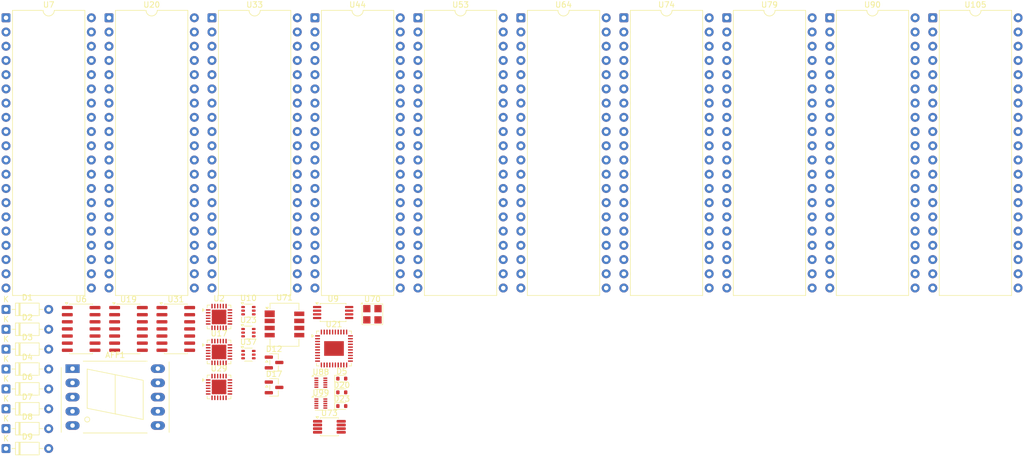
<source format=kicad_pcb>
(kicad_pcb (version 20241229) (generator "pcbnew") (generator_version "9.0")
  (layers (0 "F.Cu" signal) (2 "B.Cu" signal) (13 "F.Paste" user) (15 "B.Paste" user) (5 "F.SilkS" user "F.Silkscreen") (7 "B.SilkS" user "B.Silkscreen") (1 "F.Mask" user) (3 "B.Mask" user) (25 "Edge.Cuts" user))
  (net 0 "")
  (net 1 "Net-(AFF1-e)")
  (net 2 "Net-(AFF1-c)")
  (net 3 "Net-(AFF1-b)")
  (net 7 "Net-(AFF1-d)")
  (net 9 "Net-(AFF1-a)")
  (net 10 "Net-(AFF1-DP)")
  (net 11 "Net-(D1-K)")
  (net 14 "Net-(D2-K)")
  (net 17 "Net-(D5-K)")
  (net 18 "Net-(D5-A)")
  (net 20 "Net-(D6-K)")
  (net 22 "Net-(D7-K)")
  (net 25 "Net-(U75-VDC)")
  (net 26 "Net-(U75-VCC)")
  (net 28 "Net-(U80-VCC)")
  (net 29 "Net-(U80-VDC)")
  (net 30 "Net-(D20-K)")
  (net 31 "Net-(D20-A)")
  (net 32 "Net-(D23-K)")
  (net 33 "Net-(D23-A)")
  (net 40 "Net-(U2-G1)")
  (net 56 "Net-(U1-GATE)")
  (net 59 "Net-(U6-VCC)")
  (net 69 "Net-(U4-VSEL)")
  (net 71 "Net-(U10--IN)")
  (net 74 "Net-(U7-INTE)")
  (net 78 "Net-(U7-A0)")
  (net 80 "Net-(U5-C_D)")
  (net 81 "Net-(U7-SYNC)")
  (net 82 "Net-(U7-A2)")
  (net 84 "Net-(U7-A1)")
  (net 85 "Net-(U7-+12V)")
  (net 94 "Net-(U7-WAIT)")
  (net 97 "Net-(U10-+IN)")
  (net 103 "Net-(U7-HLDA)")
  (net 107 "Net-(U7-A3)")
  (net 115 "Net-(U15-VIN)")
  (net 116 "Net-(U17-G1)")
  (net 122 "Net-(U19-VCC)")
  (net 136 "Net-(U20-D4)")
  (net 137 "Net-(U20-HLDA)")
  (net 138 "Net-(U20-D7)")
  (net 141 "Net-(U20-SYNC)")
  (net 142 "Net-(U15-COMP)")
  (net 143 "Net-(U20-DBIN)")
  (net 147 "Net-(U20-WAIT)")
  (net 150 "Net-(U20-D5)")
  (net 152 "Net-(U14-Desat)")
  (net 156 "Net-(U20-D3)")
  (net 160 "Net-(U20-~{WR})")
  (net 161 "Net-(U20-D6)")
  (net 162 "Net-(U20-INTE)")
  (net 163 "Net-(U14-HO)")
  (net 164 "Net-(U20-D0)")
  (net 165 "Net-(U20-D2)")
  (net 168 "Net-(U15-FB)")
  (net 172 "Net-(U20-D1)")
  (net 177 "GND")
  (net 211 "Net-(U23-REF)")
  (net 215 "Net-(U29-PAD)")
  (net 216 "Net-(U29-EN)")
  (net 217 "Net-(U29-G1)")
  (net 222 "Net-(D14-K3)")
  (net 229 "Net-(U31-VCC)")
  (net 234 "Net-(U33-~{WR})")
  (net 240 "Net-(U33-D7)")
  (net 241 "Net-(U33-INTE)")
  (net 245 "Net-(U33-SYNC)")
  (net 246 "Net-(U33-D5)")
  (net 247 "Net-(U33-HLDA)")
  (net 250 "Net-(U33-D1)")
  (net 252 "Net-(U33-D2)")
  (net 254 "Net-(U27-FB)")
  (net 255 "Net-(U33-A0)")
  (net 257 "Net-(U33-HOLD)")
  (net 258 "Net-(U33-D6)")
  (net 259 "Net-(U33-WAIT)")
  (net 261 "Net-(U30-Inverting_Input)")
  (net 262 "Net-(U33-INT)")
  (net 263 "Net-(U33-D4)")
  (net 266 "Net-(U27-COMP)")
  (net 272 "Net-(U37-REF)")
  (net 274 "Net-(U43-Reset_Output)")
  (net 280 "Net-(U44-D6)")
  (net 285 "Net-(U44-D4)")
  (net 291 "Net-(U44-D5)")
  (net 295 "Net-(U44-D3)")
  (net 306 "Net-(U44-A10)")
  (net 313 "Net-(Q1-G)")
  (net 321 "Net-(U53-A0)")
  (net 323 "Net-(U53-D7)")
  (net 328 "Net-(U53-D6)")
  (net 332 "Net-(U53-+5V)")
  (net 335 "Net-(U53-D3)")
  (net 341 "Net-(U52-MISO)")
  (net 351 "+12V")
  (net 357 "Net-(U61-EX2)")
  (net 360 "Net-(U61-TST1)")
  (net 361 "Net-(U60-EN)")
  (net 363 "Net-(U60-GND)")
  (net 368 "Net-(U63-A2)")
  (net 386 "Net-(U70-GND)")
  (net 387 "Net-(U70-SDA)")
  (net 389 "Net-(U70-SCL)")
  (net 391 "Net-(U71-VDD)")
  (net 392 "Net-(U73-DOUT)")
  (net 394 "Net-(U73-DIN)")
  (net 395 "Net-(U73-SCLK)")
  (net 399 "Net-(U74-D0)")
  (net 419 "Net-(U74-D1)")
  (net 438 "Net-(D15B-K)")
  (net 442 "Net-(U78-SDA)")
  (net 452 "Net-(U79-ϕ2)")
  (net 455 "Net-(U78-VSS)")
  (net 467 "Net-(U79-ϕ1)")
  (net 473 "Net-(U87-GND)")
  (net 474 "Net-(U88-GND-Pad6)")
  (net 476 "Net-(U88-INT1)")
  (net 477 "Net-(U88-BYP)")
  (net 479 "Net-(U87-EX1)")
  (net 484 "Net-(D18-K)")
  (net 486 "Net-(U90-+5V)")
  (net 492 "Net-(U87-VCC)")
  (net 493 "Net-(U90-+12V)")
  (net 494 "Net-(U90-ϕ2)")
  (net 495 "Net-(U90-D5)")
  (net 496 "Net-(U87-OUT)")
  (net 499 "Net-(U90-A10)")
  (net 513 "Net-(U87-VIO)")
  (net 516 "Net-(U90-ϕ1)")
  (net 518 "Net-(U99-GND-Pad6)")
  (net 520 "Net-(U100-CLKIN)")
  (net 523 "Net-(U100-DOUT1)")
  (net 524 "Net-(U100-SYNC1)")
  (net 526 "Net-(U104-S)_1")
  (net 528 "Net-(U105-A10)")
  (net 533 "Net-(U104-S)")
  (net 534 "Net-(D22-K)")
  (net 536 "Net-(U101-VSS)")
  (net 543 "Net-(D21-K)")
  (net 545 "Net-(U105-READY)")
  (net 549 "Net-(U105-HOLD)")
  (net 553 "Net-(U101-SDA)")
  (net 557 "Net-(U105-INT)")
  (net 561 "Net-(U104-G)")
  (net 564 "Net-(U104-S)_2")
  (footprint "Package_DIP:DIP-40_W15.24mm" (layer "F.Cu") (at 69.64 62.24)
    (property "Reference" "U20" (at 7.62 -2.33 0) (layer "F.SilkS"))
    (property "Value" "8080")
    (pad "1" thru_hole roundrect (at 0 0) (size 1.6 1.6) (drill 0.8) (layers "*.Cu" "*.Mask") (roundrect_rratio 0.15625))
    (pad "2" thru_hole circle (at 0 2.54) (size 1.6 1.6) (drill 0.8) (layers "*.Cu" "*.Mask"))
    (pad "3" thru_hole circle (at 0 5.08) (size 1.6 1.6) (drill 0.8) (layers "*.Cu" "*.Mask") (net 136 "Net-(U20-D4)"))
    (pad "4" thru_hole circle (at 0 7.62) (size 1.6 1.6) (drill 0.8) (layers "*.Cu" "*.Mask") (net 150 "Net-(U20-D5)"))
    (pad "5" thru_hole circle (at 0 10.16) (size 1.6 1.6) (drill 0.8) (layers "*.Cu" "*.Mask") (net 161 "Net-(U20-D6)"))
    (pad "6" thru_hole circle (at 0 12.7) (size 1.6 1.6) (drill 0.8) (layers "*.Cu" "*.Mask") (net 138 "Net-(U20-D7)"))
    (pad "7" thru_hole circle (at 0 15.24) (size 1.6 1.6) (drill 0.8) (layers "*.Cu" "*.Mask") (net 156 "Net-(U20-D3)"))
    (pad "8" thru_hole circle (at 0 17.78) (size 1.6 1.6) (drill 0.8) (layers "*.Cu" "*.Mask") (net 165 "Net-(U20-D2)"))
    (pad "9" thru_hole circle (at 0 20.32) (size 1.6 1.6) (drill 0.8) (layers "*.Cu" "*.Mask") (net 172 "Net-(U20-D1)"))
    (pad "10" thru_hole circle (at 0 22.86) (size 1.6 1.6) (drill 0.8) (layers "*.Cu" "*.Mask") (net 164 "Net-(U20-D0)"))
    (pad "11" thru_hole circle (at 0 25.4) (size 1.6 1.6) (drill 0.8) (layers "*.Cu" "*.Mask"))
    (pad "12" thru_hole circle (at 0 27.94) (size 1.6 1.6) (drill 0.8) (layers "*.Cu" "*.Mask"))
    (pad "13" thru_hole circle (at 0 30.48) (size 1.6 1.6) (drill 0.8) (layers "*.Cu" "*.Mask"))
    (pad "14" thru_hole circle (at 0 33.02) (size 1.6 1.6) (drill 0.8) (layers "*.Cu" "*.Mask"))
    (pad "15" thru_hole circle (at 0 35.56) (size 1.6 1.6) (drill 0.8) (layers "*.Cu" "*.Mask") (net 142 "Net-(U15-COMP)"))
    (pad "16" thru_hole circle (at 0 38.1) (size 1.6 1.6) (drill 0.8) (layers "*.Cu" "*.Mask") (net 162 "Net-(U20-INTE)"))
    (pad "17" thru_hole circle (at 0 40.64) (size 1.6 1.6) (drill 0.8) (layers "*.Cu" "*.Mask") (net 143 "Net-(U20-DBIN)"))
    (pad "18" thru_hole circle (at 0 43.18) (size 1.6 1.6) (drill 0.8) (layers "*.Cu" "*.Mask") (net 160 "Net-(U20-~{WR})"))
    (pad "19" thru_hole circle (at 0 45.72) (size 1.6 1.6) (drill 0.8) (layers "*.Cu" "*.Mask") (net 141 "Net-(U20-SYNC)"))
    (pad "20" thru_hole circle (at 0 48.26) (size 1.6 1.6) (drill 0.8) (layers "*.Cu" "*.Mask"))
    (pad "21" thru_hole circle (at 15.24 48.26) (size 1.6 1.6) (drill 0.8) (layers "*.Cu" "*.Mask") (net 137 "Net-(U20-HLDA)"))
    (pad "22" thru_hole circle (at 15.24 45.72) (size 1.6 1.6) (drill 0.8) (layers "*.Cu" "*.Mask") (net 168 "Net-(U15-FB)"))
    (pad "23" thru_hole circle (at 15.24 43.18) (size 1.6 1.6) (drill 0.8) (layers "*.Cu" "*.Mask"))
    (pad "24" thru_hole circle (at 15.24 40.64) (size 1.6 1.6) (drill 0.8) (layers "*.Cu" "*.Mask") (net 147 "Net-(U20-WAIT)"))
    (pad "25" thru_hole circle (at 15.24 38.1) (size 1.6 1.6) (drill 0.8) (layers "*.Cu" "*.Mask") (net 163 "Net-(U14-HO)"))
    (pad "26" thru_hole circle (at 15.24 35.56) (size 1.6 1.6) (drill 0.8) (layers "*.Cu" "*.Mask") (net 152 "Net-(U14-Desat)"))
    (pad "27" thru_hole circle (at 15.24 33.02) (size 1.6 1.6) (drill 0.8) (layers "*.Cu" "*.Mask"))
    (pad "28" thru_hole circle (at 15.24 30.48) (size 1.6 1.6) (drill 0.8) (layers "*.Cu" "*.Mask"))
    (pad "29" thru_hole circle (at 15.24 27.94) (size 1.6 1.6) (drill 0.8) (layers "*.Cu" "*.Mask"))
    (pad "30" thru_hole circle (at 15.24 25.4) (size 1.6 1.6) (drill 0.8) (layers "*.Cu" "*.Mask"))
    (pad "31" thru_hole circle (at 15.24 22.86) (size 1.6 1.6) (drill 0.8) (layers "*.Cu" "*.Mask"))
    (pad "32" thru_hole circle (at 15.24 20.32) (size 1.6 1.6) (drill 0.8) (layers "*.Cu" "*.Mask"))
    (pad "33" thru_hole circle (at 15.24 17.78) (size 1.6 1.6) (drill 0.8) (layers "*.Cu" "*.Mask"))
    (pad "34" thru_hole circle (at 15.24 15.24) (size 1.6 1.6) (drill 0.8) (layers "*.Cu" "*.Mask"))
    (pad "35" thru_hole circle (at 15.24 12.7) (size 1.6 1.6) (drill 0.8) (layers "*.Cu" "*.Mask"))
    (pad "36" thru_hole circle (at 15.24 10.16) (size 1.6 1.6) (drill 0.8) (layers "*.Cu" "*.Mask"))
    (pad "37" thru_hole circle (at 15.24 7.62) (size 1.6 1.6) (drill 0.8) (layers "*.Cu" "*.Mask"))
    (pad "38" thru_hole circle (at 15.24 5.08) (size 1.6 1.6) (drill 0.8) (layers "*.Cu" "*.Mask"))
    (pad "39" thru_hole circle (at 15.24 2.54) (size 1.6 1.6) (drill 0.8) (layers "*.Cu" "*.Mask"))
    (pad "40" thru_hole circle (at 15.24 0) (size 1.6 1.6) (drill 0.8) (layers "*.Cu" "*.Mask"))
  )
  (footprint "Package_DFN_QFN:QFN-24-1EP_4x4mm_P0.5mm_EP2.6x2.6mm" (layer "F.Cu") (at 89.295 128.17)
    (property "Reference" "U29" (at 0 -3.3 0) (layer "F.SilkS"))
    (property "Value" "LTC4417CUF")
    (pad "1" smd roundrect (at -1.9375 -1.25) (size 0.825 0.25) (layers "F.Cu" "F.Mask" "F.Paste") (net 216 "Net-(U29-EN)"))
    (pad "2" smd roundrect (at -1.9375 -0.75) (size 0.825 0.25) (layers "F.Cu" "F.Mask" "F.Paste") (net 216 "Net-(U29-EN)"))
    (pad "3" smd roundrect (at -1.9375 -0.25) (size 0.825 0.25) (layers "F.Cu" "F.Mask" "F.Paste") (net 216 "Net-(U29-EN)"))
    (pad "4" smd roundrect (at -1.9375 0.25) (size 0.825 0.25) (layers "F.Cu" "F.Mask" "F.Paste") (net 216 "Net-(U29-EN)"))
    (pad "5" smd roundrect (at -1.9375 0.75) (size 0.825 0.25) (layers "F.Cu" "F.Mask" "F.Paste") (net 216 "Net-(U29-EN)"))
    (pad "6" smd roundrect (at -1.9375 1.25) (size 0.825 0.25) (layers "F.Cu" "F.Mask" "F.Paste") (net 216 "Net-(U29-EN)"))
    (pad "7" smd roundrect (at -1.25 1.9375) (size 0.25 0.825) (layers "F.Cu" "F.Mask" "F.Paste"))
    (pad "8" smd roundrect (at -0.75 1.9375) (size 0.25 0.825) (layers "F.Cu" "F.Mask" "F.Paste"))
    (pad "9" smd roundrect (at -0.25 1.9375) (size 0.25 0.825) (layers "F.Cu" "F.Mask" "F.Paste"))
    (pad "10" smd roundrect (at 0.25 1.9375) (size 0.25 0.825) (layers "F.Cu" "F.Mask" "F.Paste"))
    (pad "11" smd roundrect (at 0.75 1.9375) (size 0.25 0.825) (layers "F.Cu" "F.Mask" "F.Paste"))
    (pad "12" smd roundrect (at 1.25 1.9375) (size 0.25 0.825) (layers "F.Cu" "F.Mask" "F.Paste") (net 217 "Net-(U29-G1)"))
    (pad "13" smd roundrect (at 1.9375 1.25) (size 0.825 0.25) (layers "F.Cu" "F.Mask" "F.Paste") (net 217 "Net-(U29-G1)"))
    (pad "14" smd roundrect (at 1.9375 0.75) (size 0.825 0.25) (layers "F.Cu" "F.Mask" "F.Paste") (net 217 "Net-(U29-G1)"))
    (pad "15" smd roundrect (at 1.9375 0.25) (size 0.825 0.25) (layers "F.Cu" "F.Mask" "F.Paste") (net 217 "Net-(U29-G1)"))
    (pad "16" smd roundrect (at 1.9375 -0.25) (size 0.825 0.25) (layers "F.Cu" "F.Mask" "F.Paste") (net 217 "Net-(U29-G1)"))
    (pad "17" smd roundrect (at 1.9375 -0.75) (size 0.825 0.25) (layers "F.Cu" "F.Mask" "F.Paste") (net 217 "Net-(U29-G1)"))
    (pad "18" smd roundrect (at 1.9375 -1.25) (size 0.825 0.25) (layers "F.Cu" "F.Mask" "F.Paste") (net 217 "Net-(U29-G1)"))
    (pad "19" smd roundrect (at 1.25 -1.9375) (size 0.25 0.825) (layers "F.Cu" "F.Mask" "F.Paste") (net 216 "Net-(U29-EN)"))
    (pad "20" smd roundrect (at 0.75 -1.9375) (size 0.25 0.825) (layers "F.Cu" "F.Mask" "F.Paste") (net 216 "Net-(U29-EN)"))
    (pad "21" smd roundrect (at 0.25 -1.9375) (size 0.25 0.825) (layers "F.Cu" "F.Mask" "F.Paste") (net 216 "Net-(U29-EN)"))
    (pad "22" smd roundrect (at -0.25 -1.9375) (size 0.25 0.825) (layers "F.Cu" "F.Mask" "F.Paste") (net 216 "Net-(U29-EN)"))
    (pad "23" smd roundrect (at -0.75 -1.9375) (size 0.25 0.825) (layers "F.Cu" "F.Mask" "F.Paste") (net 216 "Net-(U29-EN)"))
    (pad "24" smd roundrect (at -1.25 -1.9375) (size 0.25 0.825) (layers "F.Cu" "F.Mask" "F.Paste") (net 216 "Net-(U29-EN)"))
    (pad "25" smd rect (at 0 0) (size 2.6 2.6) (property pad_prop_heatsink) (layers "F.Cu" "F.Mask") (net 215 "Net-(U29-PAD)"))
  )
  (footprint "Package_SO:SOIC-14_3.9x8.7mm_P1.27mm" (layer "F.Cu") (at 64.67 117.805)
    (property "Reference" "U6" (at 0 -5.28 0) (layer "F.SilkS"))
    (property "Value" "TCAN1043xDxQ1")
    (pad "1" smd roundrect (at -2.475 -3.81) (size 1.95 0.6) (layers "F.Cu" "F.Mask" "F.Paste") (net 14 "Net-(D2-K)"))
    (pad "2" smd roundrect (at -2.475 -2.54) (size 1.95 0.6) (layers "F.Cu" "F.Mask" "F.Paste"))
    (pad "3" smd roundrect (at -2.475 -1.27) (size 1.95 0.6) (layers "F.Cu" "F.Mask" "F.Paste") (net 59 "Net-(U6-VCC)"))
    (pad "4" smd roundrect (at -2.475 0) (size 1.95 0.6) (layers "F.Cu" "F.Mask" "F.Paste"))
    (pad "5" smd roundrect (at -2.475 1.27) (size 1.95 0.6) (layers "F.Cu" "F.Mask" "F.Paste") (net 59 "Net-(U6-VCC)"))
    (pad "6" smd roundrect (at -2.475 2.54) (size 1.95 0.6) (layers "F.Cu" "F.Mask" "F.Paste"))
    (pad "7" smd roundrect (at -2.475 3.81) (size 1.95 0.6) (layers "F.Cu" "F.Mask" "F.Paste"))
    (pad "8" smd roundrect (at 2.475 3.81) (size 1.95 0.6) (layers "F.Cu" "F.Mask" "F.Paste"))
    (pad "9" smd roundrect (at 2.475 2.54) (size 1.95 0.6) (layers "F.Cu" "F.Mask" "F.Paste"))
    (pad "10" smd roundrect (at 2.475 1.27) (size 1.95 0.6) (layers "F.Cu" "F.Mask" "F.Paste") (net 59 "Net-(U6-VCC)"))
    (pad "11" smd roundrect (at 2.475 0) (size 1.95 0.6) (layers "F.Cu" "F.Mask" "F.Paste"))
    (pad "12" smd roundrect (at 2.475 -1.27) (size 1.95 0.6) (layers "F.Cu" "F.Mask" "F.Paste"))
    (pad "13" smd roundrect (at 2.475 -2.54) (size 1.95 0.6) (layers "F.Cu" "F.Mask" "F.Paste"))
    (pad "14" smd roundrect (at 2.475 -3.81) (size 1.95 0.6) (layers "F.Cu" "F.Mask" "F.Paste"))
  )
  (footprint "Diode_SMD:D_SOD-523" (layer "F.Cu") (at 111.215 126.68)
    (property "Reference" "D5" (at 0 -1.3 0) (layer "F.SilkS"))
    (property "Value" "1N4148WT")
    (pad "1" smd roundrect (at -0.7 0 180) (size 0.6 0.7) (layers "F.Cu" "F.Mask" "F.Paste") (net 17 "Net-(D5-K)"))
    (pad "2" smd roundrect (at 0.7 0 180) (size 0.6 0.7) (layers "F.Cu" "F.Mask" "F.Paste") (net 18 "Net-(D5-A)"))
  )
  (footprint "Package_DIP:DIP-40_W15.24mm" (layer "F.Cu") (at 106.42 62.24)
    (property "Reference" "U44" (at 7.62 -2.33 0) (layer "F.SilkS"))
    (property "Value" "8080")
    (pad "1" thru_hole roundrect (at 0 0) (size 1.6 1.6) (drill 0.8) (layers "*.Cu" "*.Mask") (roundrect_rratio 0.15625) (net 306 "Net-(U44-A10)"))
    (pad "2" thru_hole circle (at 0 2.54) (size 1.6 1.6) (drill 0.8) (layers "*.Cu" "*.Mask"))
    (pad "3" thru_hole circle (at 0 5.08) (size 1.6 1.6) (drill 0.8) (layers "*.Cu" "*.Mask") (net 285 "Net-(U44-D4)"))
    (pad "4" thru_hole circle (at 0 7.62) (size 1.6 1.6) (drill 0.8) (layers "*.Cu" "*.Mask") (net 291 "Net-(U44-D5)"))
    (pad "5" thru_hole circle (at 0 10.16) (size 1.6 1.6) (drill 0.8) (layers "*.Cu" "*.Mask") (net 280 "Net-(U44-D6)"))
    (pad "6" thru_hole circle (at 0 12.7) (size 1.6 1.6) (drill 0.8) (layers "*.Cu" "*.Mask"))
    (pad "7" thru_hole circle (at 0 15.24) (size 1.6 1.6) (drill 0.8) (layers "*.Cu" "*.Mask") (net 295 "Net-(U44-D3)"))
    (pad "8" thru_hole circle (at 0 17.78) (size 1.6 1.6) (drill 0.8) (layers "*.Cu" "*.Mask"))
    (pad "9" thru_hole circle (at 0 20.32) (size 1.6 1.6) (drill 0.8) (layers "*.Cu" "*.Mask"))
    (pad "10" thru_hole circle (at 0 22.86) (size 1.6 1.6) (drill 0.8) (layers "*.Cu" "*.Mask"))
    (pad "11" thru_hole circle (at 0 25.4) (size 1.6 1.6) (drill 0.8) (layers "*.Cu" "*.Mask"))
    (pad "12" thru_hole circle (at 0 27.94) (size 1.6 1.6) (drill 0.8) (layers "*.Cu" "*.Mask"))
    (pad "13" thru_hole circle (at 0 30.48) (size 1.6 1.6) (drill 0.8) (layers "*.Cu" "*.Mask"))
    (pad "14" thru_hole circle (at 0 33.02) (size 1.6 1.6) (drill 0.8) (layers "*.Cu" "*.Mask") (net 274 "Net-(U43-Reset_Output)"))
    (pad "15" thru_hole circle (at 0 35.56) (size 1.6 1.6) (drill 0.8) (layers "*.Cu" "*.Mask"))
    (pad "16" thru_hole circle (at 0 38.1) (size 1.6 1.6) (drill 0.8) (layers "*.Cu" "*.Mask"))
    (pad "17" thru_hole circle (at 0 40.64) (size 1.6 1.6) (drill 0.8) (layers "*.Cu" "*.Mask"))
    (pad "18" thru_hole circle (at 0 43.18) (size 1.6 1.6) (drill 0.8) (layers "*.Cu" "*.Mask"))
    (pad "19" thru_hole circle (at 0 45.72) (size 1.6 1.6) (drill 0.8) (layers "*.Cu" "*.Mask"))
    (pad "20" thru_hole circle (at 0 48.26) (size 1.6 1.6) (drill 0.8) (layers "*.Cu" "*.Mask"))
    (pad "21" thru_hole circle (at 15.24 48.26) (size 1.6 1.6) (drill 0.8) (layers "*.Cu" "*.Mask"))
    (pad "22" thru_hole circle (at 15.24 45.72) (size 1.6 1.6) (drill 0.8) (layers "*.Cu" "*.Mask"))
    (pad "23" thru_hole circle (at 15.24 43.18) (size 1.6 1.6) (drill 0.8) (layers "*.Cu" "*.Mask"))
    (pad "24" thru_hole circle (at 15.24 40.64) (size 1.6 1.6) (drill 0.8) (layers "*.Cu" "*.Mask"))
    (pad "25" thru_hole circle (at 15.24 38.1) (size 1.6 1.6) (drill 0.8) (layers "*.Cu" "*.Mask"))
    (pad "26" thru_hole circle (at 15.24 35.56) (size 1.6 1.6) (drill 0.8) (layers "*.Cu" "*.Mask"))
    (pad "27" thru_hole circle (at 15.24 33.02) (size 1.6 1.6) (drill 0.8) (layers "*.Cu" "*.Mask"))
    (pad "28" thru_hole circle (at 15.24 30.48) (size 1.6 1.6) (drill 0.8) (layers "*.Cu" "*.Mask"))
    (pad "29" thru_hole circle (at 15.24 27.94) (size 1.6 1.6) (drill 0.8) (layers "*.Cu" "*.Mask"))
    (pad "30" thru_hole circle (at 15.24 25.4) (size 1.6 1.6) (drill 0.8) (layers "*.Cu" "*.Mask"))
    (pad "31" thru_hole circle (at 15.24 22.86) (size 1.6 1.6) (drill 0.8) (layers "*.Cu" "*.Mask"))
    (pad "32" thru_hole circle (at 15.24 20.32) (size 1.6 1.6) (drill 0.8) (layers "*.Cu" "*.Mask"))
    (pad "33" thru_hole circle (at 15.24 17.78) (size 1.6 1.6) (drill 0.8) (layers "*.Cu" "*.Mask"))
    (pad "34" thru_hole circle (at 15.24 15.24) (size 1.6 1.6) (drill 0.8) (layers "*.Cu" "*.Mask"))
    (pad "35" thru_hole circle (at 15.24 12.7) (size 1.6 1.6) (drill 0.8) (layers "*.Cu" "*.Mask"))
    (pad "36" thru_hole circle (at 15.24 10.16) (size 1.6 1.6) (drill 0.8) (layers "*.Cu" "*.Mask"))
    (pad "37" thru_hole circle (at 15.24 7.62) (size 1.6 1.6) (drill 0.8) (layers "*.Cu" "*.Mask"))
    (pad "38" thru_hole circle (at 15.24 5.08) (size 1.6 1.6) (drill 0.8) (layers "*.Cu" "*.Mask"))
    (pad "39" thru_hole circle (at 15.24 2.54) (size 1.6 1.6) (drill 0.8) (layers "*.Cu" "*.Mask"))
    (pad "40" thru_hole circle (at 15.24 0) (size 1.6 1.6) (drill 0.8) (layers "*.Cu" "*.Mask"))
  )
  (footprint "Package_TO_SOT_SMD:SOT-363_SC-70-6" (layer "F.Cu") (at 94.54 118.47)
    (property "Reference" "U23" (at 0 -2.25 0) (layer "F.SilkS"))
    (property "Value" "NCS210")
    (pad "1" smd roundrect (at -0.95 -0.65) (size 0.65 0.4) (layers "F.Cu" "F.Mask" "F.Paste") (net 211 "Net-(U23-REF)"))
    (pad "2" smd roundrect (at -0.95 0) (size 0.65 0.4) (layers "F.Cu" "F.Mask" "F.Paste"))
    (pad "3" smd roundrect (at -0.95 0.65) (size 0.65 0.4) (layers "F.Cu" "F.Mask" "F.Paste") (net 150 "Net-(U20-D5)"))
    (pad "4" smd roundrect (at 0.95 0.65) (size 0.65 0.4) (layers "F.Cu" "F.Mask" "F.Paste") (net 161 "Net-(U20-D6)"))
    (pad "5" smd roundrect (at 0.95 0) (size 0.65 0.4) (layers "F.Cu" "F.Mask" "F.Paste") (net 138 "Net-(U20-D7)"))
    (pad "6" smd roundrect (at 0.95 -0.65) (size 0.65 0.4) (layers "F.Cu" "F.Mask" "F.Paste"))
  )
  (footprint "Package_DIP:DIP-40_W15.24mm" (layer "F.Cu") (at 51.25 62.24)
    (property "Reference" "U7" (at 7.62 -2.33 0) (layer "F.SilkS"))
    (property "Value" "8080")
    (pad "1" thru_hole roundrect (at 0 0) (size 1.6 1.6) (drill 0.8) (layers "*.Cu" "*.Mask") (roundrect_rratio 0.15625))
    (pad "2" thru_hole circle (at 0 2.54) (size 1.6 1.6) (drill 0.8) (layers "*.Cu" "*.Mask"))
    (pad "3" thru_hole circle (at 0 5.08) (size 1.6 1.6) (drill 0.8) (layers "*.Cu" "*.Mask"))
    (pad "4" thru_hole circle (at 0 7.62) (size 1.6 1.6) (drill 0.8) (layers "*.Cu" "*.Mask"))
    (pad "5" thru_hole circle (at 0 10.16) (size 1.6 1.6) (drill 0.8) (layers "*.Cu" "*.Mask"))
    (pad "6" thru_hole circle (at 0 12.7) (size 1.6 1.6) (drill 0.8) (layers "*.Cu" "*.Mask"))
    (pad "7" thru_hole circle (at 0 15.24) (size 1.6 1.6) (drill 0.8) (layers "*.Cu" "*.Mask"))
    (pad "8" thru_hole circle (at 0 17.78) (size 1.6 1.6) (drill 0.8) (layers "*.Cu" "*.Mask"))
    (pad "9" thru_hole circle (at 0 20.32) (size 1.6 1.6) (drill 0.8) (layers "*.Cu" "*.Mask"))
    (pad "10" thru_hole circle (at 0 22.86) (size 1.6 1.6) (drill 0.8) (layers "*.Cu" "*.Mask"))
    (pad "11" thru_hole circle (at 0 25.4) (size 1.6 1.6) (drill 0.8) (layers "*.Cu" "*.Mask"))
    (pad "12" thru_hole circle (at 0 27.94) (size 1.6 1.6) (drill 0.8) (layers "*.Cu" "*.Mask"))
    (pad "13" thru_hole circle (at 0 30.48) (size 1.6 1.6) (drill 0.8) (layers "*.Cu" "*.Mask"))
    (pad "14" thru_hole circle (at 0 33.02) (size 1.6 1.6) (drill 0.8) (layers "*.Cu" "*.Mask"))
    (pad "15" thru_hole circle (at 0 35.56) (size 1.6 1.6) (drill 0.8) (layers "*.Cu" "*.Mask"))
    (pad "16" thru_hole circle (at 0 38.1) (size 1.6 1.6) (drill 0.8) (layers "*.Cu" "*.Mask") (net 74 "Net-(U7-INTE)"))
    (pad "17" thru_hole circle (at 0 40.64) (size 1.6 1.6) (drill 0.8) (layers "*.Cu" "*.Mask"))
    (pad "18" thru_hole circle (at 0 43.18) (size 1.6 1.6) (drill 0.8) (layers "*.Cu" "*.Mask"))
    (pad "19" thru_hole circle (at 0 45.72) (size 1.6 1.6) (drill 0.8) (layers "*.Cu" "*.Mask") (net 81 "Net-(U7-SYNC)"))
    (pad "20" thru_hole circle (at 0 48.26) (size 1.6 1.6) (drill 0.8) (layers "*.Cu" "*.Mask") (net 69 "Net-(U4-VSEL)"))
    (pad "21" thru_hole circle (at 15.24 48.26) (size 1.6 1.6) (drill 0.8) (layers "*.Cu" "*.Mask") (net 103 "Net-(U7-HLDA)"))
    (pad "22" thru_hole circle (at 15.24 45.72) (size 1.6 1.6) (drill 0.8) (layers "*.Cu" "*.Mask") (net 80 "Net-(U5-C_D)"))
    (pad "23" thru_hole circle (at 15.24 43.18) (size 1.6 1.6) (drill 0.8) (layers "*.Cu" "*.Mask"))
    (pad "24" thru_hole circle (at 15.24 40.64) (size 1.6 1.6) (drill 0.8) (layers "*.Cu" "*.Mask") (net 94 "Net-(U7-WAIT)"))
    (pad "25" thru_hole circle (at 15.24 38.1) (size 1.6 1.6) (drill 0.8) (layers "*.Cu" "*.Mask") (net 78 "Net-(U7-A0)"))
    (pad "26" thru_hole circle (at 15.24 35.56) (size 1.6 1.6) (drill 0.8) (layers "*.Cu" "*.Mask") (net 84 "Net-(U7-A1)"))
    (pad "27" thru_hole circle (at 15.24 33.02) (size 1.6 1.6) (drill 0.8) (layers "*.Cu" "*.Mask") (net 82 "Net-(U7-A2)"))
    (pad "28" thru_hole circle (at 15.24 30.48) (size 1.6 1.6) (drill 0.8) (layers "*.Cu" "*.Mask") (net 85 "Net-(U7-+12V)"))
    (pad "29" thru_hole circle (at 15.24 27.94) (size 1.6 1.6) (drill 0.8) (layers "*.Cu" "*.Mask") (net 107 "Net-(U7-A3)"))
    (pad "30" thru_hole circle (at 15.24 25.4) (size 1.6 1.6) (drill 0.8) (layers "*.Cu" "*.Mask") (net 97 "Net-(U10-+IN)"))
    (pad "31" thru_hole circle (at 15.24 22.86) (size 1.6 1.6) (drill 0.8) (layers "*.Cu" "*.Mask") (net 71 "Net-(U10--IN)"))
    (pad "32" thru_hole circle (at 15.24 20.32) (size 1.6 1.6) (drill 0.8) (layers "*.Cu" "*.Mask"))
    (pad "33" thru_hole circle (at 15.24 17.78) (size 1.6 1.6) (drill 0.8) (layers "*.Cu" "*.Mask"))
    (pad "34" thru_hole circle (at 15.24 15.24) (size 1.6 1.6) (drill 0.8) (layers "*.Cu" "*.Mask"))
    (pad "35" thru_hole circle (at 15.24 12.7) (size 1.6 1.6) (drill 0.8) (layers "*.Cu" "*.Mask"))
    (pad "36" thru_hole circle (at 15.24 10.16) (size 1.6 1.6) (drill 0.8) (layers "*.Cu" "*.Mask"))
    (pad "37" thru_hole circle (at 15.24 7.62) (size 1.6 1.6) (drill 0.8) (layers "*.Cu" "*.Mask"))
    (pad "38" thru_hole circle (at 15.24 5.08) (size 1.6 1.6) (drill 0.8) (layers "*.Cu" "*.Mask"))
    (pad "39" thru_hole circle (at 15.24 2.54) (size 1.6 1.6) (drill 0.8) (layers "*.Cu" "*.Mask"))
    (pad "40" thru_hole circle (at 15.24 0) (size 1.6 1.6) (drill 0.8) (layers "*.Cu" "*.Mask"))
  )
  (footprint "Package_DFN_QFN:DFN-10_2x2mm_P0.4mm" (layer "F.Cu") (at 107.475 131.13)
    (property "Reference" "U99" (at 0 -1.9 0) (layer "F.SilkS"))
    (property "Value" "MMA8653FCR1")
    (pad "1" smd rect (at -0.8 -0.8) (size 0.7 0.25) (layers "F.Cu" "F.Mask" "F.Paste") (net 524 "Net-(U100-SYNC1)"))
    (pad "2" smd rect (at -0.8 -0.4) (size 0.7 0.25) (layers "F.Cu" "F.Mask" "F.Paste") (net 523 "Net-(U100-DOUT1)"))
    (pad "3" smd rect (at -0.8 0) (size 0.7 0.25) (layers "F.Cu" "F.Mask" "F.Paste") (net 520 "Net-(U100-CLKIN)"))
    (pad "4" smd rect (at -0.8 0.4) (size 0.7 0.25) (layers "F.Cu" "F.Mask" "F.Paste"))
    (pad "5" smd rect (at -0.8 0.8) (size 0.7 0.25) (layers "F.Cu" "F.Mask" "F.Paste"))
    (pad "6" smd rect (at 0.8 0.8) (size 0.7 0.25) (layers "F.Cu" "F.Mask" "F.Paste") (net 518 "Net-(U99-GND-Pad6)"))
    (pad "7" smd rect (at 0.8 0.4) (size 0.7 0.25) (layers "F.Cu" "F.Mask" "F.Paste") (net 518 "Net-(U99-GND-Pad6)"))
    (pad "8" smd rect (at 0.8 0) (size 0.7 0.25) (layers "F.Cu" "F.Mask" "F.Paste"))
    (pad "9" smd rect (at 0.8 -0.4) (size 0.7 0.25) (layers "F.Cu" "F.Mask" "F.Paste") (net 518 "Net-(U99-GND-Pad6)"))
    (pad "10" smd rect (at 0.8 -0.8) (size 0.7 0.25) (layers "F.Cu" "F.Mask" "F.Paste"))
  )
  (footprint "Package_TO_SOT_SMD:SOT-23" (layer "F.Cu") (at 99.12 128.25)
    (property "Reference" "D17" (at 0 -2.4 0) (layer "F.SilkS"))
    (property "Value" "BAT54C")
    (pad "1" smd roundrect (at -0.9375 -0.95) (size 1.475 0.6) (layers "F.Cu" "F.Mask" "F.Paste") (net 29 "Net-(U80-VDC)"))
    (pad "2" smd roundrect (at -0.9375 0.95) (size 1.475 0.6) (layers "F.Cu" "F.Mask" "F.Paste") (net 28 "Net-(U80-VCC)"))
    (pad "3" smd roundrect (at 0.9375 0) (size 1.475 0.6) (layers "F.Cu" "F.Mask" "F.Paste") (net 28 "Net-(U80-VCC)"))
  )
  (footprint "Package_DFN_QFN:Texas_RHA0040E_VQFN-40-1EP_6x6mm_P0.5mm_EP3.52x2.62mm" (layer "F.Cu") (at 109.825 121.3)
    (property "Reference" "U21" (at 0 -4.33 0) (layer "F.SilkS"))
    (property "Value" "DRV8308")
    (pad "1" smd roundrect (at -2.9375 -2.25) (size 0.875 0.25) (layers "F.Cu" "F.Mask" "F.Paste") (net 160 "Net-(U20-~{WR})"))
    (pad "2" smd roundrect (at -2.9375 -1.75) (size 0.875 0.25) (layers "F.Cu" "F.Mask" "F.Paste") (net 143 "Net-(U20-DBIN)"))
    (pad "3" smd roundrect (at -2.9375 -1.25) (size 0.875 0.25) (layers "F.Cu" "F.Mask" "F.Paste"))
    (pad "4" smd roundrect (at -2.9375 -0.75) (size 0.875 0.25) (layers "F.Cu" "F.Mask" "F.Paste"))
    (pad "5" smd roundrect (at -2.9375 -0.25) (size 0.875 0.25) (layers "F.Cu" "F.Mask" "F.Paste"))
    (pad "6" smd roundrect (at -2.9375 0.25) (size 0.875 0.25) (layers "F.Cu" "F.Mask" "F.Paste"))
    (pad "7" smd roundrect (at -2.9375 0.75) (size 0.875 0.25) (layers "F.Cu" "F.Mask" "F.Paste"))
    (pad "8" smd roundrect (at -2.9375 1.25) (size 0.875 0.25) (layers "F.Cu" "F.Mask" "F.Paste"))
    (pad "9" smd roundrect (at -2.9375 1.75) (size 0.875 0.25) (layers "F.Cu" "F.Mask" "F.Paste"))
    (pad "10" smd roundrect (at -2.9375 2.25) (size 0.875 0.25) (layers "F.Cu" "F.Mask" "F.Paste"))
    (pad "11" smd roundrect (at -2.25 2.9375) (size 0.25 0.875) (layers "F.Cu" "F.Mask" "F.Paste"))
    (pad "12" smd roundrect (at -1.75 2.9375) (size 0.25 0.875) (layers "F.Cu" "F.Mask" "F.Paste"))
    (pad "13" smd roundrect (at -1.25 2.9375) (size 0.25 0.875) (layers "F.Cu" "F.Mask" "F.Paste"))
    (pad "14" smd roundrect (at -0.75 2.9375) (size 0.25 0.875) (layers "F.Cu" "F.Mask" "F.Paste"))
    (pad "15" smd roundrect (at -0.25 2.9375) (size 0.25 0.875) (layers "F.Cu" "F.Mask" "F.Paste"))
    (pad "16" smd roundrect (at 0.25 2.9375) (size 0.25 0.875) (layers "F.Cu" "F.Mask" "F.Paste"))
    (pad "17" smd roundrect (at 0.75 2.9375) (size 0.25 0.875) (layers "F.Cu" "F.Mask" "F.Paste"))
    (pad "18" smd roundrect (at 1.25 2.9375) (size 0.25 0.875) (layers "F.Cu" "F.Mask" "F.Paste"))
    (pad "19" smd roundrect (at 1.75 2.9375) (size 0.25 0.875) (layers "F.Cu" "F.Mask" "F.Paste"))
    (pad "20" smd roundrect (at 2.25 2.9375) (size 0.25 0.875) (layers "F.Cu" "F.Mask" "F.Paste"))
    (pad "21" smd roundrect (at 2.9375 2.25) (size 0.875 0.25) (layers "F.Cu" "F.Mask" "F.Paste"))
    (pad "22" smd roundrect (at 2.9375 1.75) (size 0.875 0.25) (layers "F.Cu" "F.Mask" "F.Paste"))
    (pad "23" smd roundrect (at 2.9375 1.25) (size 0.875 0.25) (layers "F.Cu" "F.Mask" "F.Paste"))
    (pad "24" smd roundrect (at 2.9375 0.75) (size 0.875 0.25) (layers "F.Cu" "F.Mask" "F.Paste"))
    (pad "25" smd roundrect (at 2.9375 0.25) (size 0.875 0.25) (layers "F.Cu" "F.Mask" "F.Paste"))
    (pad "26" smd roundrect (at 2.9375 -0.25) (size 0.875 0.25) (layers "F.Cu" "F.Mask" "F.Paste") (net 177 "GND"))
    (pad "27" smd roundrect (at 2.9375 -0.75) (size 0.875 0.25) (layers "F.Cu" "F.Mask" "F.Paste"))
    (pad "28" smd roundrect (at 2.9375 -1.25) (size 0.875 0.25) (layers "F.Cu" "F.Mask" "F.Paste"))
    (pad "29" smd roundrect (at 2.9375 -1.75) (size 0.875 0.25) (layers "F.Cu" "F.Mask" "F.Paste"))
    (pad "30" smd roundrect (at 2.9375 -2.25) (size 0.875 0.25) (layers "F.Cu" "F.Mask" "F.Paste"))
    (pad "31" smd roundrect (at 2.25 -2.9375) (size 0.25 0.875) (layers "F.Cu" "F.Mask" "F.Paste"))
    (pad "32" smd roundrect (at 1.75 -2.9375) (size 0.25 0.875) (layers "F.Cu" "F.Mask" "F.Paste"))
    (pad "33" smd roundrect (at 1.25 -2.9375) (size 0.25 0.875) (layers "F.Cu" "F.Mask" "F.Paste"))
    (pad "34" smd roundrect (at 0.75 -2.9375) (size 0.25 0.875) (layers "F.Cu" "F.Mask" "F.Paste"))
    (pad "35" smd roundrect (at 0.25 -2.9375) (size 0.25 0.875) (layers "F.Cu" "F.Mask" "F.Paste"))
    (pad "36" smd roundrect (at -0.25 -2.9375) (size 0.25 0.875) (layers "F.Cu" "F.Mask" "F.Paste"))
    (pad "37" smd roundrect (at -0.75 -2.9375) (size 0.25 0.875) (layers "F.Cu" "F.Mask" "F.Paste"))
    (pad "38" smd roundrect (at -1.25 -2.9375) (size 0.25 0.875) (layers "F.Cu" "F.Mask" "F.Paste"))
    (pad "39" smd roundrect (at -1.75 -2.9375) (size 0.25 0.875) (layers "F.Cu" "F.Mask" "F.Paste"))
    (pad "40" smd roundrect (at -2.25 -2.9375) (size 0.25 0.875) (layers "F.Cu" "F.Mask" "F.Paste"))
    (pad "41" smd rect (at 0 0) (size 3.52 2.62) (property pad_prop_heatsink) (layers "F.Cu" "F.Mask") (net 177 "GND"))
  )
  (footprint "Diode_THT:D_DO-35_SOD27_P7.62mm_Horizontal" (layer "F.Cu") (at 51.25 128.52)
    (property "Reference" "D6" (at 3.81 -2.12 0) (layer "F.SilkS"))
    (property "Value" "DSB5712")
    (fp_text user "K" (at 0 -1.8 0) (layer "F.SilkS"))
    (pad "1" thru_hole roundrect (at 0 0) (size 1.6 1.6) (drill 0.8) (layers "*.Cu" "*.Mask") (roundrect_rratio 0.15625) (net 20 "Net-(D6-K)"))
    (pad "2" thru_hole circle (at 7.62 0) (size 1.6 1.6) (drill 0.8) (layers "*.Cu" "*.Mask"))
  )
  (footprint "Diode_THT:D_DO-35_SOD27_P7.62mm_Horizontal" (layer "F.Cu") (at 51.25 132.07)
    (property "Reference" "D7" (at 3.81 -2.12 0) (layer "F.SilkS"))
    (property "Value" "DSB5712")
    (fp_text user "K" (at 0 -1.8 0) (layer "F.SilkS"))
    (pad "1" thru_hole roundrect (at 0 0) (size 1.6 1.6) (drill 0.8) (layers "*.Cu" "*.Mask") (roundrect_rratio 0.15625) (net 22 "Net-(D7-K)"))
    (pad "2" thru_hole circle (at 7.62 0) (size 1.6 1.6) (drill 0.8) (layers "*.Cu" "*.Mask"))
  )
  (footprint "Diode_THT:D_DO-35_SOD27_P7.62mm_Horizontal" (layer "F.Cu") (at 51.25 124.97)
    (property "Reference" "D4" (at 3.81 -2.12 0) (layer "F.SilkS"))
    (property "Value" "DSB5712")
    (fp_text user "K" (at 0 -1.8 0) (layer "F.SilkS"))
    (pad "1" thru_hole roundrect (at 0 0) (size 1.6 1.6) (drill 0.8) (layers "*.Cu" "*.Mask") (roundrect_rratio 0.15625) (net 14 "Net-(D2-K)"))
    (pad "2" thru_hole circle (at 7.62 0) (size 1.6 1.6) (drill 0.8) (layers "*.Cu" "*.Mask"))
  )
  (footprint "Diode_SMD:D_SOD-523" (layer "F.Cu") (at 111.215 131.58)
    (property "Reference" "D23" (at 0 -1.3 0) (layer "F.SilkS"))
    (property "Value" "1N4148WT")
    (pad "1" smd roundrect (at -0.7 0 180) (size 0.6 0.7) (layers "F.Cu" "F.Mask" "F.Paste") (net 32 "Net-(D23-K)"))
    (pad "2" smd roundrect (at 0.7 0 180) (size 0.6 0.7) (layers "F.Cu" "F.Mask" "F.Paste") (net 33 "Net-(D23-A)"))
  )
  (footprint "Diode_THT:D_DO-35_SOD27_P7.62mm_Horizontal" (layer "F.Cu") (at 51.25 117.87)
    (property "Reference" "D2" (at 3.81 -2.12 0) (layer "F.SilkS"))
    (property "Value" "DSB5712")
    (fp_text user "K" (at 0 -1.8 0) (layer "F.SilkS"))
    (pad "1" thru_hole roundrect (at 0 0) (size 1.6 1.6) (drill 0.8) (layers "*.Cu" "*.Mask") (roundrect_rratio 0.15625) (net 14 "Net-(D2-K)"))
    (pad "2" thru_hole circle (at 7.62 0) (size 1.6 1.6) (drill 0.8) (layers "*.Cu" "*.Mask"))
  )
  (footprint "Package_SO:TSSOP-8_4.4x3mm_P0.65mm" (layer "F.Cu") (at 109.67 114.875)
    (property "Reference" "U9" (at 0 -2.45 0) (layer "F.SilkS"))
    (property "Value" "CDCV304")
    (pad "1" smd roundrect (at -2.8625 -0.975) (size 1.475 0.4) (layers "F.Cu" "F.Mask" "F.Paste"))
    (pad "2" smd roundrect (at -2.8625 -0.325) (size 1.475 0.4) (layers "F.Cu" "F.Mask" "F.Paste"))
    (pad "3" smd roundrect (at -2.8625 0.325) (size 1.475 0.4) (layers "F.Cu" "F.Mask" "F.Paste") (net 107 "Net-(U7-A3)"))
    (pad "4" smd roundrect (at -2.8625 0.975) (size 1.475 0.4) (layers "F.Cu" "F.Mask" "F.Paste"))
    (pad "5" smd roundrect (at 2.8625 0.975) (size 1.475 0.4) (layers "F.Cu" "F.Mask" "F.Paste") (net 82 "Net-(U7-A2)"))
    (pad "6" smd roundrect (at 2.8625 0.325) (size 1.475 0.4) (layers "F.Cu" "F.Mask" "F.Paste") (net 85 "Net-(U7-+12V)"))
    (pad "7" smd roundrect (at 2.8625 -0.325) (size 1.475 0.4) (layers "F.Cu" "F.Mask" "F.Paste") (net 84 "Net-(U7-A1)"))
    (pad "8" smd roundrect (at 2.8625 -0.975) (size 1.475 0.4) (layers "F.Cu" "F.Mask" "F.Paste") (net 78 "Net-(U7-A0)"))
  )
  (footprint "Package_TO_SOT_SMD:SOT-23" (layer "F.Cu") (at 99.12 123.8)
    (property "Reference" "D12" (at 0 -2.4 0) (layer "F.SilkS"))
    (property "Value" "BAT54C")
    (pad "1" smd roundrect (at -0.9375 -0.95) (size 1.475 0.6) (layers "F.Cu" "F.Mask" "F.Paste"))
    (pad "2" smd roundrect (at -0.9375 0.95) (size 1.475 0.6) (layers "F.Cu" "F.Mask" "F.Paste") (net 26 "Net-(U75-VCC)"))
    (pad "3" smd roundrect (at 0.9375 0) (size 1.475 0.6) (layers "F.Cu" "F.Mask" "F.Paste") (net 25 "Net-(U75-VDC)"))
  )
  (footprint "Diode_THT:D_DO-35_SOD27_P7.62mm_Horizontal" (layer "F.Cu") (at 51.25 135.62)
    (property "Reference" "D8" (at 3.81 -2.12 0) (layer "F.SilkS"))
    (property "Value" "DSB5712")
    (fp_text user "K" (at 0 -1.8 0) (layer "F.SilkS"))
    (pad "1" thru_hole roundrect (at 0 0) (size 1.6 1.6) (drill 0.8) (layers "*.Cu" "*.Mask") (roundrect_rratio 0.15625) (net 20 "Net-(D6-K)"))
    (pad "2" thru_hole circle (at 7.62 0) (size 1.6 1.6) (drill 0.8) (layers "*.Cu" "*.Mask"))
  )
  (footprint "Diode_SMD:D_SOD-523" (layer "F.Cu") (at 111.215 129.13)
    (property "Reference" "D20" (at 0 -1.3 0) (layer "F.SilkS"))
    (property "Value" "1N4148WT")
    (pad "1" smd roundrect (at -0.7 0 180) (size 0.6 0.7) (layers "F.Cu" "F.Mask" "F.Paste") (net 30 "Net-(D20-K)"))
    (pad "2" smd roundrect (at 0.7 0 180) (size 0.6 0.7) (layers "F.Cu" "F.Mask" "F.Paste") (net 31 "Net-(D20-A)"))
  )
  (footprint "Package_DIP:DIP-40_W15.24mm" (layer "F.Cu") (at 179.98 62.24)
    (property "Reference" "U79" (at 7.62 -2.33 0) (layer "F.SilkS"))
    (property "Value" "8080")
    (pad "1" thru_hole roundrect (at 0 0) (size 1.6 1.6) (drill 0.8) (layers "*.Cu" "*.Mask") (roundrect_rratio 0.15625) (net 438 "Net-(D15B-K)"))
    (pad "2" thru_hole circle (at 0 2.54) (size 1.6 1.6) (drill 0.8) (layers "*.Cu" "*.Mask"))
    (pad "3" thru_hole circle (at 0 5.08) (size 1.6 1.6) (drill 0.8) (layers "*.Cu" "*.Mask"))
    (pad "4" thru_hole circle (at 0 7.62) (size 1.6 1.6) (drill 0.8) (layers "*.Cu" "*.Mask"))
    (pad "5" thru_hole circle (at 0 10.16) (size 1.6 1.6) (drill 0.8) (layers "*.Cu" "*.Mask"))
    (pad "6" thru_hole circle (at 0 12.7) (size 1.6 1.6) (drill 0.8) (layers "*.Cu" "*.Mask"))
    (pad "7" thru_hole circle (at 0 15.24) (size 1.6 1.6) (drill 0.8) (layers "*.Cu" "*.Mask"))
    (pad "8" thru_hole circle (at 0 17.78) (size 1.6 1.6) (drill 0.8) (layers "*.Cu" "*.Mask"))
    (pad "9" thru_hole circle (at 0 20.32) (size 1.6 1.6) (drill 0.8) (layers "*.Cu" "*.Mask"))
    (pad "10" thru_hole circle (at 0 22.86) (size 1.6 1.6) (drill 0.8) (layers "*.Cu" "*.Mask"))
    (pad "11" thru_hole circle (at 0 25.4) (size 1.6 1.6) (drill 0.8) (layers "*.Cu" "*.Mask"))
    (pad "12" thru_hole circle (at 0 27.94) (size 1.6 1.6) (drill 0.8) (layers "*.Cu" "*.Mask"))
    (pad "13" thru_hole circle (at 0 30.48) (size 1.6 1.6) (drill 0.8) (layers "*.Cu" "*.Mask"))
    (pad "14" thru_hole circle (at 0 33.02) (size 1.6 1.6) (drill 0.8) (layers "*.Cu" "*.Mask"))
    (pad "15" thru_hole circle (at 0 35.56) (size 1.6 1.6) (drill 0.8) (layers "*.Cu" "*.Mask") (net 452 "Net-(U79-ϕ2)"))
    (pad "16" thru_hole circle (at 0 38.1) (size 1.6 1.6) (drill 0.8) (layers "*.Cu" "*.Mask"))
    (pad "17" thru_hole circle (at 0 40.64) (size 1.6 1.6) (drill 0.8) (layers "*.Cu" "*.Mask"))
    (pad "18" thru_hole circle (at 0 43.18) (size 1.6 1.6) (drill 0.8) (layers "*.Cu" "*.Mask"))
    (pad "19" thru_hole circle (at 0 45.72) (size 1.6 1.6) (drill 0.8) (layers "*.Cu" "*.Mask"))
    (pad "20" thru_hole circle (at 0 48.26) (size 1.6 1.6) (drill 0.8) (layers "*.Cu" "*.Mask") (net 455 "Net-(U78-VSS)"))
    (pad "21" thru_hole circle (at 15.24 48.26) (size 1.6 1.6) (drill 0.8) (layers "*.Cu" "*.Mask"))
    (pad "22" thru_hole circle (at 15.24 45.72) (size 1.6 1.6) (drill 0.8) (layers "*.Cu" "*.Mask") (net 467 "Net-(U79-ϕ1)"))
    (pad "23" thru_hole circle (at 15.24 43.18) (size 1.6 1.6) (drill 0.8) (layers "*.Cu" "*.Mask"))
    (pad "24" thru_hole circle (at 15.24 40.64) (size 1.6 1.6) (drill 0.8) (layers "*.Cu" "*.Mask"))
    (pad "25" thru_hole circle (at 15.24 38.1) (size 1.6 1.6) (drill 0.8) (layers "*.Cu" "*.Mask"))
    (pad "26" thru_hole circle (at 15.24 35.56) (size 1.6 1.6) (drill 0.8) (layers "*.Cu" "*.Mask"))
    (pad "27" thru_hole circle (at 15.24 33.02) (size 1.6 1.6) (drill 0.8) (layers "*.Cu" "*.Mask"))
    (pad "28" thru_hole circle (at 15.24 30.48) (size 1.6 1.6) (drill 0.8) (layers "*.Cu" "*.Mask") (net 442 "Net-(U78-SDA)"))
    (pad "29" thru_hole circle (at 15.24 27.94) (size 1.6 1.6) (drill 0.8) (layers "*.Cu" "*.Mask"))
    (pad "30" thru_hole circle (at 15.24 25.4) (size 1.6 1.6) (drill 0.8) (layers "*.Cu" "*.Mask"))
    (pad "31" thru_hole circle (at 15.24 22.86) (size 1.6 1.6) (drill 0.8) (layers "*.Cu" "*.Mask"))
    (pad "32" thru_hole circle (at 15.24 20.32) (size 1.6 1.6) (drill 0.8) (layers "*.Cu" "*.Mask"))
    (pad "33" thru_hole circle (at 15.24 17.78) (size 1.6 1.6) (drill 0.8) (layers "*.Cu" "*.Mask"))
    (pad "34" thru_hole circle (at 15.24 15.24) (size 1.6 1.6) (drill 0.8) (layers "*.Cu" "*.Mask"))
    (pad "35" thru_hole circle (at 15.24 12.7) (size 1.6 1.6) (drill 0.8) (layers "*.Cu" "*.Mask"))
    (pad "36" thru_hole circle (at 15.24 10.16) (size 1.6 1.6) (drill 0.8) (layers "*.Cu" "*.Mask"))
    (pad "37" thru_hole circle (at 15.24 7.62) (size 1.6 1.6) (drill 0.8) (layers "*.Cu" "*.Mask"))
    (pad "38" thru_hole circle (at 15.24 5.08) (size 1.6 1.6) (drill 0.8) (layers "*.Cu" "*.Mask"))
    (pad "39" thru_hole circle (at 15.24 2.54) (size 1.6 1.6) (drill 0.8) (layers "*.Cu" "*.Mask"))
    (pad "40" thru_hole circle (at 15.24 0) (size 1.6 1.6) (drill 0.8) (layers "*.Cu" "*.Mask") (net 438 "Net-(D15B-K)"))
  )
  (footprint "Package_DIP:DIP-40_W15.24mm" (layer "F.Cu") (at 143.2 62.24)
    (property "Reference" "U64" (at 7.62 -2.33 0) (layer "F.SilkS"))
    (property "Value" "8080")
    (pad "1" thru_hole roundrect (at 0 0) (size 1.6 1.6) (drill 0.8) (layers "*.Cu" "*.Mask") (roundrect_rratio 0.15625))
    (pad "2" thru_hole circle (at 0 2.54) (size 1.6 1.6) (drill 0.8) (layers "*.Cu" "*.Mask") (net 361 "Net-(U60-EN)"))
    (pad "3" thru_hole circle (at 0 5.08) (size 1.6 1.6) (drill 0.8) (layers "*.Cu" "*.Mask"))
    (pad "4" thru_hole circle (at 0 7.62) (size 1.6 1.6) (drill 0.8) (layers "*.Cu" "*.Mask") (net 357 "Net-(U61-EX2)"))
    (pad "5" thru_hole circle (at 0 10.16) (size 1.6 1.6) (drill 0.8) (layers "*.Cu" "*.Mask") (net 360 "Net-(U61-TST1)"))
    (pad "6" thru_hole circle (at 0 12.7) (size 1.6 1.6) (drill 0.8) (layers "*.Cu" "*.Mask"))
    (pad "7" thru_hole circle (at 0 15.24) (size 1.6 1.6) (drill 0.8) (layers "*.Cu" "*.Mask"))
    (pad "8" thru_hole circle (at 0 17.78) (size 1.6 1.6) (drill 0.8) (layers "*.Cu" "*.Mask"))
    (pad "9" thru_hole circle (at 0 20.32) (size 1.6 1.6) (drill 0.8) (layers "*.Cu" "*.Mask"))
    (pad "10" thru_hole circle (at 0 22.86) (size 1.6 1.6) (drill 0.8) (layers "*.Cu" "*.Mask"))
    (pad "11" thru_hole circle (at 0 25.4) (size 1.6 1.6) (drill 0.8) (layers "*.Cu" "*.Mask") (net 363 "Net-(U60-GND)"))
    (pad "12" thru_hole circle (at 0 27.94) (size 1.6 1.6) (drill 0.8) (layers "*.Cu" "*.Mask"))
    (pad "13" thru_hole circle (at 0 30.48) (size 1.6 1.6) (drill 0.8) (layers "*.Cu" "*.Mask") (net 351 "+12V"))
    (pad "14" thru_hole circle (at 0 33.02) (size 1.6 1.6) (drill 0.8) (layers "*.Cu" "*.Mask") (net 351 "+12V"))
    (pad "15" thru_hole circle (at 0 35.56) (size 1.6 1.6) (drill 0.8) (layers "*.Cu" "*.Mask"))
    (pad "16" thru_hole circle (at 0 38.1) (size 1.6 1.6) (drill 0.8) (layers "*.Cu" "*.Mask"))
    (pad "17" thru_hole circle (at 0 40.64) (size 1.6 1.6) (drill 0.8) (layers "*.Cu" "*.Mask"))
    (pad "18" thru_hole circle (at 0 43.18) (size 1.6 1.6) (drill 0.8) (layers "*.Cu" "*.Mask"))
    (pad "19" thru_hole circle (at 0 45.72) (size 1.6 1.6) (drill 0.8) (layers "*.Cu" "*.Mask"))
    (pad "20" thru_hole circle (at 0 48.26) (size 1.6 1.6) (drill 0.8) (layers "*.Cu" "*.Mask"))
    (pad "21" thru_hole circle (at 15.24 48.26) (size 1.6 1.6) (drill 0.8) (layers "*.Cu" "*.Mask"))
    (pad "22" thru_hole circle (at 15.24 45.72) (size 1.6 1.6) (drill 0.8) (layers "*.Cu" "*.Mask"))
    (pad "23" thru_hole circle (at 15.24 43.18) (size 1.6 1.6) (drill 0.8) (layers "*.Cu" "*.Mask") (net 351 "+12V"))
    (pad "24" thru_hole circle (at 15.24 40.64) (size 1.6 1.6) (drill 0.8) (layers "*.Cu" "*.Mask"))
    (pad "25" thru_hole circle (at 15.24 38.1) (size 1.6 1.6) (drill 0.8) (layers "*.Cu" "*.Mask"))
    (pad "26" thru_hole circle (at 15.24 35.56) (size 1.6 1.6) (drill 0.8) (layers "*.Cu" "*.Mask"))
    (pad "27" thru_hole circle (at 15.24 33.02) (size 1.6 1.6) (drill 0.8) (layers "*.Cu" "*.Mask") (net 368 "Net-(U63-A2)"))
    (pad "28" thru_hole circle (at 15.24 30.48) (size 1.6 1.6) (drill 0.8) (layers "*.Cu" "*.Mask"))
    (pad "29" thru_hole circle (at 15.24 27.94) (size 1.6 1.6) (drill 0.8) (layers "*.Cu" "*.Mask"))
    (pad "30" thru_hole circle (at 15.24 25.4) (size 1.6 1.6) (drill 0.8) (layers "*.Cu" "*.Mask"))
    (pad "31" thru_hole circle (at 15.24 22.86) (size 1.6 1.6) (drill 0.8) (layers "*.Cu" "*.Mask"))
    (pad "32" thru_hole circle (at 15.24 20.32) (size 1.6 1.6) (drill 0.8) (layers "*.Cu" "*.Mask"))
    (pad "33" thru_hole circle (at 15.24 17.78) (size 1.6 1.6) (drill 0.8) (layers "*.Cu" "*.Mask"))
    (pad "34" thru_hole circle (at 15.24 15.24) (size 1.6 1.6) (drill 0.8) (layers "*.Cu" "*.Mask"))
    (pad "35" thru_hole circle (at 15.24 12.7) (size 1.6 1.6) (drill 0.8) (layers "*.Cu" "*.Mask"))
    (pad "36" thru_hole circle (at 15.24 10.16) (size 1.6 1.6) (drill 0.8) (layers "*.Cu" "*.Mask"))
    (pad "37" thru_hole circle (at 15.24 7.62) (size 1.6 1.6) (drill 0.8) (layers "*.Cu" "*.Mask"))
    (pad "38" thru_hole circle (at 15.24 5.08) (size 1.6 1.6) (drill 0.8) (layers "*.Cu" "*.Mask"))
    (pad "39" thru_hole circle (at 15.24 2.54) (size 1.6 1.6) (drill 0.8) (layers "*.Cu" "*.Mask"))
    (pad "40" thru_hole circle (at 15.24 0) (size 1.6 1.6) (drill 0.8) (layers "*.Cu" "*.Mask"))
  )
  (footprint "Package_DIP:DIP-40_W15.24mm" (layer "F.Cu") (at 124.81 62.24)
    (property "Reference" "U53" (at 7.62 -2.33 0) (layer "F.SilkS"))
    (property "Value" "8080")
    (pad "1" thru_hole roundrect (at 0 0) (size 1.6 1.6) (drill 0.8) (layers "*.Cu" "*.Mask") (roundrect_rratio 0.15625))
    (pad "2" thru_hole circle (at 0 2.54) (size 1.6 1.6) (drill 0.8) (layers "*.Cu" "*.Mask"))
    (pad "3" thru_hole circle (at 0 5.08) (size 1.6 1.6) (drill 0.8) (layers "*.Cu" "*.Mask"))
    (pad "4" thru_hole circle (at 0 7.62) (size 1.6 1.6) (drill 0.8) (layers "*.Cu" "*.Mask"))
    (pad "5" thru_hole circle (at 0 10.16) (size 1.6 1.6) (drill 0.8) (layers "*.Cu" "*.Mask") (net 328 "Net-(U53-D6)"))
    (pad "6" thru_hole circle (at 0 12.7) (size 1.6 1.6) (drill 0.8) (layers "*.Cu" "*.Mask") (net 323 "Net-(U53-D7)"))
    (pad "7" thru_hole circle (at 0 15.24) (size 1.6 1.6) (drill 0.8) (layers "*.Cu" "*.Mask") (net 335 "Net-(U53-D3)"))
    (pad "8" thru_hole circle (at 0 17.78) (size 1.6 1.6) (drill 0.8) (layers "*.Cu" "*.Mask"))
    (pad "9" thru_hole circle (at 0 20.32) (size 1.6 1.6) (drill 0.8) (layers "*.Cu" "*.Mask"))
    (pad "10" thru_hole circle (at 0 22.86) (size 1.6 1.6) (drill 0.8) (layers "*.Cu" "*.Mask"))
    (pad "11" thru_hole circle (at 0 25.4) (size 1.6 1.6) (drill 0.8) (layers "*.Cu" "*.Mask"))
    (pad "12" thru_hole circle (at 0 27.94) (size 1.6 1.6) (drill 0.8) (layers "*.Cu" "*.Mask") (net 313 "Net-(Q1-G)"))
    (pad "13" thru_hole circle (at 0 30.48) (size 1.6 1.6) (drill 0.8) (layers "*.Cu" "*.Mask") (net 313 "Net-(Q1-G)"))
    (pad "14" thru_hole circle (at 0 33.02) (size 1.6 1.6) (drill 0.8) (layers "*.Cu" "*.Mask") (net 313 "Net-(Q1-G)"))
    (pad "15" thru_hole circle (at 0 35.56) (size 1.6 1.6) (drill 0.8) (layers "*.Cu" "*.Mask") (net 313 "Net-(Q1-G)"))
    (pad "16" thru_hole circle (at 0 38.1) (size 1.6 1.6) (drill 0.8) (layers "*.Cu" "*.Mask"))
    (pad "17" thru_hole circle (at 0 40.64) (size 1.6 1.6) (drill 0.8) (layers "*.Cu" "*.Mask"))
    (pad "18" thru_hole circle (at 0 43.18) (size 1.6 1.6) (drill 0.8) (layers "*.Cu" "*.Mask"))
    (pad "19" thru_hole circle (at 0 45.72) (size 1.6 1.6) (drill 0.8) (layers "*.Cu" "*.Mask"))
    (pad "20" thru_hole circle (at 0 48.26) (size 1.6 1.6) (drill 0.8) (layers "*.Cu" "*.Mask") (net 332 "Net-(U53-+5V)"))
    (pad "21" thru_hole circle (at 15.24 48.26) (size 1.6 1.6) (drill 0.8) (layers "*.Cu" "*.Mask"))
    (pad "22" thru_hole circle (at 15.24 45.72) (size 1.6 1.6) (drill 0.8) (layers "*.Cu" "*.Mask") (net 313 "Net-(Q1-G)"))
    (pad "23" thru_hole circle (at 15.24 43.18) (size 1.6 1.6) (drill 0.8) (layers "*.Cu" "*.Mask") (net 313 "Net-(Q1-G)"))
    (pad "24" thru_hole circle (at 15.24 40.64) (size 1.6 1.6) (drill 0.8) (layers "*.Cu" "*.Mask"))
    (pad "25" thru_hole circle (at 15.24 38.1) (size 1.6 1.6) (drill 0.8) (layers "*.Cu" "*.Mask") (net 321 "Net-(U53-A0)"))
    (pad "26" thru_hole circle (at 15.24 35.56) (size 1.6 1.6) (drill 0.8) (layers "*.Cu" "*.Mask"))
    (pad "27" thru_hole circle (at 15.24 33.02) (size 1.6 1.6) (drill 0.8) (layers "*.Cu" "*.Mask"))
    (pad "28" thru_hole circle (at 15.24 30.48) (size 1.6 1.6) (drill 0.8) (layers "*.Cu" "*.Mask") (net 341 "Net-(U52-MISO)"))
    (pad "29" thru_hole circle (at 15.24 27.94) (size 1.6 1.6) (drill 0.8) (layers "*.Cu" "*.Mask"))
    (pad "30" thru_hole circle (at 15.24 25.4) (size 1.6 1.6) (drill 0.8) (layers "*.Cu" "*.Mask"))
    (pad "31" thru_hole circle (at 15.24 22.86) (size 1.6 1.6) (drill 0.8) (layers "*.Cu" "*.Mask"))
    (pad "32" thru_hole circle (at 15.24 20.32) (size 1.6 1.6) (drill 0.8) (layers "*.Cu" "*.Mask"))
    (pad "33" thru_hole circle (at 15.24 17.78) (size 1.6 1.6) (drill 0.8) (layers "*.Cu" "*.Mask"))
    (pad "34" thru_hole circle (at 15.24 15.24) (size 1.6 1.6) (drill 0.8) (layers "*.Cu" "*.Mask"))
    (pad "35" thru_hole circle (at 15.24 12.7) (size 1.6 1.6) (drill 0.8) (layers "*.Cu" "*.Mask"))
    (pad "36" thru_hole circle (at 15.24 10.16) (size 1.6 1.6) (drill 0.8) (layers "*.Cu" "*.Mask"))
    (pad "37" thru_hole circle (at 15.24 7.62) (size 1.6 1.6) (drill 0.8) (layers "*.Cu" "*.Mask"))
    (pad "38" thru_hole circle (at 15.24 5.08) (size 1.6 1.6) (drill 0.8) (layers "*.Cu" "*.Mask"))
    (pad "39" thru_hole circle (at 15.24 2.54) (size 1.6 1.6) (drill 0.8) (layers "*.Cu" "*.Mask"))
    (pad "40" thru_hole circle (at 15.24 0) (size 1.6 1.6) (drill 0.8) (layers "*.Cu" "*.Mask"))
  )
  (footprint "Diode_THT:D_DO-35_SOD27_P7.62mm_Horizontal" (layer "F.Cu") (at 51.25 114.32)
    (property "Reference" "D1" (at 3.81 -2.12 0) (layer "F.SilkS"))
    (property "Value" "DSB5712")
    (fp_text user "K" (at 0 -1.8 0) (layer "F.SilkS"))
    (pad "1" thru_hole roundrect (at 0 0) (size 1.6 1.6) (drill 0.8) (layers "*.Cu" "*.Mask") (roundrect_rratio 0.15625) (net 11 "Net-(D1-K)"))
    (pad "2" thru_hole circle (at 7.62 0) (size 1.6 1.6) (drill 0.8) (layers "*.Cu" "*.Mask"))
  )
  (footprint "Package_DIP:DIP-40_W15.24mm" (layer "F.Cu") (at 216.76 62.24)
    (property "Reference" "U105" (at 7.62 -2.33 0) (layer "F.SilkS"))
    (property "Value" "8080")
    (pad "1" thru_hole roundrect (at 0 0) (size 1.6 1.6) (drill 0.8) (layers "*.Cu" "*.Mask") (roundrect_rratio 0.15625) (net 528 "Net-(U105-A10)"))
    (pad "2" thru_hole circle (at 0 2.54) (size 1.6 1.6) (drill 0.8) (layers "*.Cu" "*.Mask") (net 534 "Net-(D22-K)"))
    (pad "3" thru_hole circle (at 0 5.08) (size 1.6 1.6) (drill 0.8) (layers "*.Cu" "*.Mask"))
    (pad "4" thru_hole circle (at 0 7.62) (size 1.6 1.6) (drill 0.8) (layers "*.Cu" "*.Mask"))
    (pad "5" thru_hole circle (at 0 10.16) (size 1.6 1.6) (drill 0.8) (layers "*.Cu" "*.Mask"))
    (pad "6" thru_hole circle (at 0 12.7) (size 1.6 1.6) (drill 0.8) (layers "*.Cu" "*.Mask"))
    (pad "7" thru_hole circle (at 0 15.24) (size 1.6 1.6) (drill 0.8) (layers "*.Cu" "*.Mask"))
    (pad "8" thru_hole circle (at 0 17.78) (size 1.6 1.6) (drill 0.8) (layers "*.Cu" "*.Mask"))
    (pad "9" thru_hole circle (at 0 20.32) (size 1.6 1.6) (drill 0.8) (layers "*.Cu" "*.Mask"))
    (pad "10" thru_hole circle (at 0 22.86) (size 1.6 1.6) (drill 0.8) (layers "*.Cu" "*.Mask"))
    (pad "11" thru_hole circle (at 0 25.4) (size 1.6 1.6) (drill 0.8) (layers "*.Cu" "*.Mask") (net 543 "Net-(D21-K)"))
    (pad "12" thru_hole circle (at 0 27.94) (size 1.6 1.6) (drill 0.8) (layers "*.Cu" "*.Mask"))
    (pad "13" thru_hole circle (at 0 30.48) (size 1.6 1.6) (drill 0.8) (layers "*.Cu" "*.Mask") (net 549 "Net-(U105-HOLD)"))
    (pad "14" thru_hole circle (at 0 33.02) (size 1.6 1.6) (drill 0.8) (layers "*.Cu" "*.Mask") (net 557 "Net-(U105-INT)"))
    (pad "15" thru_hole circle (at 0 35.56) (size 1.6 1.6) (drill 0.8) (layers "*.Cu" "*.Mask"))
    (pad "16" thru_hole circle (at 0 38.1) (size 1.6 1.6) (drill 0.8) (layers "*.Cu" "*.Mask") (net 526 "Net-(U104-S)_1"))
    (pad "17" thru_hole circle (at 0 40.64) (size 1.6 1.6) (drill 0.8) (layers "*.Cu" "*.Mask"))
    (pad "18" thru_hole circle (at 0 43.18) (size 1.6 1.6) (drill 0.8) (layers "*.Cu" "*.Mask"))
    (pad "19" thru_hole circle (at 0 45.72) (size 1.6 1.6) (drill 0.8) (layers "*.Cu" "*.Mask") (net 561 "Net-(U104-G)"))
    (pad "20" thru_hole circle (at 0 48.26) (size 1.6 1.6) (drill 0.8) (layers "*.Cu" "*.Mask") (net 536 "Net-(U101-VSS)"))
    (pad "21" thru_hole circle (at 15.24 48.26) (size 1.6 1.6) (drill 0.8) (layers "*.Cu" "*.Mask") (net 564 "Net-(U104-S)_2"))
    (pad "22" thru_hole circle (at 15.24 45.72) (size 1.6 1.6) (drill 0.8) (layers "*.Cu" "*.Mask"))
    (pad "23" thru_hole circle (at 15.24 43.18) (size 1.6 1.6) (drill 0.8) (layers "*.Cu" "*.Mask") (net 545 "Net-(U105-READY)"))
    (pad "24" thru_hole circle (at 15.24 40.64) (size 1.6 1.6) (drill 0.8) (layers "*.Cu" "*.Mask") (net 533 "Net-(U104-S)"))
    (pad "25" thru_hole circle (at 15.24 38.1) (size 1.6 1.6) (drill 0.8) (layers "*.Cu" "*.Mask"))
    (pad "26" thru_hole circle (at 15.24 35.56) (size 1.6 1.6) (drill 0.8) (layers "*.Cu" "*.Mask"))
    (pad "27" thru_hole circle (at 15.24 33.02) (size 1.6 1.6) (drill 0.8) (layers "*.Cu" "*.Mask"))
    (pad "28" thru_hole circle (at 15.24 30.48) (size 1.6 1.6) (drill 0.8) (layers "*.Cu" "*.Mask") (net 553 "Net-(U101-SDA)"))
    (pad "29" thru_hole circle (at 15.24 27.94) (size 1.6 1.6) (drill 0.8) (layers "*.Cu" "*.Mask"))
    (pad "30" thru_hole circle (at 15.24 25.4) (size 1.6 1.6) (drill 0.8) (layers "*.Cu" "*.Mask"))
    (pad "31" thru_hole circle (at 15.24 22.86) (size 1.6 1.6) (drill 0.8) (layers "*.Cu" "*.Mask"))
    (pad "32" thru_hole circle (at 15.24 20.32) (size 1.6 1.6) (drill 0.8) (layers "*.Cu" "*.Mask"))
    (pad "33" thru_hole circle (at 15.24 17.78) (size 1.6 1.6) (drill 0.8) (layers "*.Cu" "*.Mask"))
    (pad "34" thru_hole circle (at 15.24 15.24) (size 1.6 1.6) (drill 0.8) (layers "*.Cu" "*.Mask"))
    (pad "35" thru_hole circle (at 15.24 12.7) (size 1.6 1.6) (drill 0.8) (layers "*.Cu" "*.Mask"))
    (pad "36" thru_hole circle (at 15.24 10.16) (size 1.6 1.6) (drill 0.8) (layers "*.Cu" "*.Mask"))
    (pad "37" thru_hole circle (at 15.24 7.62) (size 1.6 1.6) (drill 0.8) (layers "*.Cu" "*.Mask"))
    (pad "38" thru_hole circle (at 15.24 5.08) (size 1.6 1.6) (drill 0.8) (layers "*.Cu" "*.Mask"))
    (pad "39" thru_hole circle (at 15.24 2.54) (size 1.6 1.6) (drill 0.8) (layers "*.Cu" "*.Mask"))
    (pad "40" thru_hole circle (at 15.24 0) (size 1.6 1.6) (drill 0.8) (layers "*.Cu" "*.Mask"))
  )
  (footprint "Package_DIP:DIP-40_W15.24mm" (layer "F.Cu") (at 198.37 62.24)
    (property "Reference" "U90" (at 7.62 -2.33 0) (layer "F.SilkS"))
    (property "Value" "8080")
    (pad "1" thru_hole roundrect (at 0 0) (size 1.6 1.6) (drill 0.8) (layers "*.Cu" "*.Mask") (roundrect_rratio 0.15625) (net 499 "Net-(U90-A10)"))
    (pad "2" thru_hole circle (at 0 2.54) (size 1.6 1.6) (drill 0.8) (layers "*.Cu" "*.Mask") (net 484 "Net-(D18-K)"))
    (pad "3" thru_hole circle (at 0 5.08) (size 1.6 1.6) (drill 0.8) (layers "*.Cu" "*.Mask"))
    (pad "4" thru_hole circle (at 0 7.62) (size 1.6 1.6) (drill 0.8) (layers "*.Cu" "*.Mask") (net 495 "Net-(U90-D5)"))
    (pad "5" thru_hole circle (at 0 10.16) (size 1.6 1.6) (drill 0.8) (layers "*.Cu" "*.Mask"))
    (pad "6" thru_hole circle (at 0 12.7) (size 1.6 1.6) (drill 0.8) (layers "*.Cu" "*.Mask"))
    (pad "7" thru_hole circle (at 0 15.24) (size 1.6 1.6) (drill 0.8) (layers "*.Cu" "*.Mask"))
    (pad "8" thru_hole circle (at 0 17.78) (size 1.6 1.6) (drill 0.8) (layers "*.Cu" "*.Mask"))
    (pad "9" thru_hole circle (at 0 20.32) (size 1.6 1.6) (drill 0.8) (layers "*.Cu" "*.Mask"))
    (pad "10" thru_hole circle (at 0 22.86) (size 1.6 1.6) (drill 0.8) (layers "*.Cu" "*.Mask"))
    (pad "11" thru_hole circle (at 0 25.4) (size 1.6 1.6) (drill 0.8) (layers "*.Cu" "*.Mask") (net 484 "Net-(D18-K)"))
    (pad "12" thru_hole circle (at 0 27.94) (size 1.6 1.6) (drill 0.8) (layers "*.Cu" "*.Mask"))
    (pad "13" thru_hole circle (at 0 30.48) (size 1.6 1.6) (drill 0.8) (layers "*.Cu" "*.Mask") (net 492 "Net-(U87-VCC)"))
    (pad "14" thru_hole circle (at 0 33.02) (size 1.6 1.6) (drill 0.8) (layers "*.Cu" "*.Mask") (net 513 "Net-(U87-VIO)"))
    (pad "15" thru_hole circle (at 0 35.56) (size 1.6 1.6) (drill 0.8) (layers "*.Cu" "*.Mask") (net 494 "Net-(U90-ϕ2)"))
    (pad "16" thru_hole circle (at 0 38.1) (size 1.6 1.6) (drill 0.8) (layers "*.Cu" "*.Mask"))
    (pad "17" thru_hole circle (at 0 40.64) (size 1.6 1.6) (drill 0.8) (layers "*.Cu" "*.Mask"))
    (pad "18" thru_hole circle (at 0 43.18) (size 1.6 1.6) (drill 0.8) (layers "*.Cu" "*.Mask"))
    (pad "19" thru_hole circle (at 0 45.72) (size 1.6 1.6) (drill 0.8) (layers "*.Cu" "*.Mask"))
    (pad "20" thru_hole circle (at 0 48.26) (size 1.6 1.6) (drill 0.8) (layers "*.Cu" "*.Mask") (net 486 "Net-(U90-+5V)"))
    (pad "21" thru_hole circle (at 15.24 48.26) (size 1.6 1.6) (drill 0.8) (layers "*.Cu" "*.Mask"))
    (pad "22" thru_hole circle (at 15.24 45.72) (size 1.6 1.6) (drill 0.8) (layers "*.Cu" "*.Mask") (net 516 "Net-(U90-ϕ1)"))
    (pad "23" thru_hole circle (at 15.24 43.18) (size 1.6 1.6) (drill 0.8) (layers "*.Cu" "*.Mask") (net 496 "Net-(U87-OUT)"))
    (pad "24" thru_hole circle (at 15.24 40.64) (size 1.6 1.6) (drill 0.8) (layers "*.Cu" "*.Mask"))
    (pad "25" thru_hole circle (at 15.24 38.1) (size 1.6 1.6) (drill 0.8) (layers "*.Cu" "*.Mask"))
    (pad "26" thru_hole circle (at 15.24 35.56) (size 1.6 1.6) (drill 0.8) (layers "*.Cu" "*.Mask"))
    (pad "27" thru_hole circle (at 15.24 33.02) (size 1.6 1.6) (drill 0.8) (layers "*.Cu" "*.Mask"))
    (pad "28" thru_hole circle (at 15.24 30.48) (size 1.6 1.6) (drill 0.8) (layers "*.Cu" "*.Mask") (net 493 "Net-(U90-+12V)"))
    (pad "29" thru_hole circle (at 15.24 27.94) (size 1.6 1.6) (drill 0.8) (layers "*.Cu" "*.Mask"))
    (pad "30" thru_hole circle (at 15.24 25.4) (size 1.6 1.6) (drill 0.8) (layers "*.Cu" "*.Mask"))
    (pad "31" thru_hole circle (at 15.24 22.86) (size 1.6 1.6) (drill 0.8) (layers "*.Cu" "*.Mask"))
    (pad "32" thru_hole circle (at 15.24 20.32) (size 1.6 1.6) (drill 0.8) (layers "*.Cu" "*.Mask"))
    (pad "33" thru_hole circle (at 15.24 17.78) (size 1.6 1.6) (drill 0.8) (layers "*.Cu" "*.Mask"))
    (pad "34" thru_hole circle (at 15.24 15.24) (size 1.6 1.6) (drill 0.8) (layers "*.Cu" "*.Mask"))
    (pad "35" thru_hole circle (at 15.24 12.7) (size 1.6 1.6) (drill 0.8) (layers "*.Cu" "*.Mask"))
    (pad "36" thru_hole circle (at 15.24 10.16) (size 1.6 1.6) (drill 0.8) (layers "*.Cu" "*.Mask"))
    (pad "37" thru_hole circle (at 15.24 7.62) (size 1.6 1.6) (drill 0.8) (layers "*.Cu" "*.Mask") (net 31 "Net-(D20-A)"))
    (pad "38" thru_hole circle (at 15.24 5.08) (size 1.6 1.6) (drill 0.8) (layers "*.Cu" "*.Mask"))
    (pad "39" thru_hole circle (at 15.24 2.54) (size 1.6 1.6) (drill 0.8) (layers "*.Cu" "*.Mask"))
    (pad "40" thru_hole circle (at 15.24 0) (size 1.6 1.6) (drill 0.8) (layers "*.Cu" "*.Mask") (net 31 "Net-(D20-A)"))
  )
  (footprint "Package_DFN_QFN:QFN-24-1EP_4x4mm_P0.5mm_EP2.6x2.6mm" (layer "F.Cu") (at 89.295 121.92)
    (property "Reference" "U17" (at 0 -3.3 0) (layer "F.SilkS"))
    (property "Value" "LTC4417CUF")
    (pad "1" smd roundrect (at -1.9375 -1.25) (size 0.825 0.25) (layers "F.Cu" "F.Mask" "F.Paste") (net 115 "Net-(U15-VIN)"))
    (pad "2" smd roundrect (at -1.9375 -0.75) (size 0.825 0.25) (layers "F.Cu" "F.Mask" "F.Paste") (net 115 "Net-(U15-VIN)"))
    (pad "3" smd roundrect (at -1.9375 -0.25) (size 0.825 0.25) (layers "F.Cu" "F.Mask" "F.Paste") (net 115 "Net-(U15-VIN)"))
    (pad "4" smd roundrect (at -1.9375 0.25) (size 0.825 0.25) (layers "F.Cu" "F.Mask" "F.Paste") (net 115 "Net-(U15-VIN)"))
    (pad "5" smd roundrect (at -1.9375 0.75) (size 0.825 0.25) (layers "F.Cu" "F.Mask" "F.Paste") (net 115 "Net-(U15-VIN)"))
    (pad "6" smd roundrect (at -1.9375 1.25) (size 0.825 0.25) (layers "F.Cu" "F.Mask" "F.Paste") (net 115 "Net-(U15-VIN)"))
    (pad "7" smd roundrect (at -1.25 1.9375) (size 0.25 0.825) (layers "F.Cu" "F.Mask" "F.Paste"))
    (pad "8" smd roundrect (at -0.75 1.9375) (size 0.25 0.825) (layers "F.Cu" "F.Mask" "F.Paste"))
    (pad "9" smd roundrect (at -0.25 1.9375) (size 0.25 0.825) (layers "F.Cu" "F.Mask" "F.Paste"))
    (pad "10" smd roundrect (at 0.25 1.9375) (size 0.25 0.825) (layers "F.Cu" "F.Mask" "F.Paste"))
    (pad "11" smd roundrect (at 0.75 1.9375) (size 0.25 0.825) (layers "F.Cu" "F.Mask" "F.Paste"))
    (pad "12" smd roundrect (at 1.25 1.9375) (size 0.25 0.825) (layers "F.Cu" "F.Mask" "F.Paste") (net 116 "Net-(U17-G1)"))
    (pad "13" smd roundrect (at 1.9375 1.25) (size 0.825 0.25) (layers "F.Cu" "F.Mask" "F.Paste") (net 116 "Net-(U17-G1)"))
    (pad "14" smd roundrect (at 1.9375 0.75) (size 0.825 0.25) (layers "F.Cu" "F.Mask" "F.Paste") (net 116 "Net-(U17-G1)"))
    (pad "15" smd roundrect (at 1.9375 0.25) (size 0.825 0.25) (layers "F.Cu" "F.Mask" "F.Paste") (net 116 "Net-(U17-G1)"))
    (pad "16" smd roundrect (at 1.9375 -0.25) (size 0.825 0.25) (layers "F.Cu" "F.Mask" "F.Paste") (net 116 "Net-(U17-G1)"))
    (pad "17" smd roundrect (at 1.9375 -0.75) (size 0.825 0.25) (layers "F.Cu" "F.Mask" "F.Paste") (net 116 "Net-(U17-G1)"))
    (pad "18" smd roundrect (at 1.9375 -1.25) (size 0.825 0.25) (layers "F.Cu" "F.Mask" "F.Paste") (net 116 "Net-(U17-G1)"))
    (pad "19" smd roundrect (at 1.25 -1.9375) (size 0.25 0.825) (layers "F.Cu" "F.Mask" "F.Paste") (net 115 "Net-(U15-VIN)"))
    (pad "20" smd roundrect (at 0.75 -1.9375) (size 0.25 0.825) (layers "F.Cu" "F.Mask" "F.Paste") (net 115 "Net-(U15-VIN)"))
    (pad "21" smd roundrect (at 0.25 -1.9375) (size 0.25 0.825) (layers "F.Cu" "F.Mask" "F.Paste") (net 115 "Net-(U15-VIN)"))
    (pad "22" smd roundrect (at -0.25 -1.9375) (size 0.25 0.825) (layers "F.Cu" "F.Mask" "F.Paste") (net 115 "Net-(U15-VIN)"))
    (pad "23" smd roundrect (at -0.75 -1.9375) (size 0.25 0.825) (layers "F.Cu" "F.Mask" "F.Paste") (net 115 "Net-(U15-VIN)"))
    (pad "24" smd roundrect (at -1.25 -1.9375) (size 0.25 0.825) (layers "F.Cu" "F.Mask" "F.Paste") (net 115 "Net-(U15-VIN)"))
    (pad "25" smd rect (at 0 0) (size 2.6 2.6) (property pad_prop_heatsink) (layers "F.Cu" "F.Mask") (net 20 "Net-(D6-K)"))
  )
  (footprint "Package_DIP:DIP-40_W15.24mm" (layer "F.Cu") (at 161.59 62.24)
    (property "Reference" "U74" (at 7.62 -2.33 0) (layer "F.SilkS"))
    (property "Value" "8080")
    (pad "1" thru_hole roundrect (at 0 0) (size 1.6 1.6) (drill 0.8) (layers "*.Cu" "*.Mask") (roundrect_rratio 0.15625))
    (pad "2" thru_hole circle (at 0 2.54) (size 1.6 1.6) (drill 0.8) (layers "*.Cu" "*.Mask") (net 389 "Net-(U70-SCL)"))
    (pad "3" thru_hole circle (at 0 5.08) (size 1.6 1.6) (drill 0.8) (layers "*.Cu" "*.Mask"))
    (pad "4" thru_hole circle (at 0 7.62) (size 1.6 1.6) (drill 0.8) (layers "*.Cu" "*.Mask"))
    (pad "5" thru_hole circle (at 0 10.16) (size 1.6 1.6) (drill 0.8) (layers "*.Cu" "*.Mask"))
    (pad "6" thru_hole circle (at 0 12.7) (size 1.6 1.6) (drill 0.8) (layers "*.Cu" "*.Mask"))
    (pad "7" thru_hole circle (at 0 15.24) (size 1.6 1.6) (drill 0.8) (layers "*.Cu" "*.Mask"))
    (pad "8" thru_hole circle (at 0 17.78) (size 1.6 1.6) (drill 0.8) (layers "*.Cu" "*.Mask"))
    (pad "9" thru_hole circle (at 0 20.32) (size 1.6 1.6) (drill 0.8) (layers "*.Cu" "*.Mask") (net 419 "Net-(U74-D1)"))
    (pad "10" thru_hole circle (at 0 22.86) (size 1.6 1.6) (drill 0.8) (layers "*.Cu" "*.Mask") (net 399 "Net-(U74-D0)"))
    (pad "11" thru_hole circle (at 0 25.4) (size 1.6 1.6) (drill 0.8) (layers "*.Cu" "*.Mask") (net 389 "Net-(U70-SCL)"))
    (pad "12" thru_hole circle (at 0 27.94) (size 1.6 1.6) (drill 0.8) (layers "*.Cu" "*.Mask"))
    (pad "13" thru_hole circle (at 0 30.48) (size 1.6 1.6) (drill 0.8) (layers "*.Cu" "*.Mask") (net 395 "Net-(U73-SCLK)"))
    (pad "14" thru_hole circle (at 0 33.02) (size 1.6 1.6) (drill 0.8) (layers "*.Cu" "*.Mask") (net 392 "Net-(U73-DOUT)"))
    (pad "15" thru_hole circle (at 0 35.56) (size 1.6 1.6) (drill 0.8) (layers "*.Cu" "*.Mask"))
    (pad "16" thru_hole circle (at 0 38.1) (size 1.6 1.6) (drill 0.8) (layers "*.Cu" "*.Mask"))
    (pad "17" thru_hole circle (at 0 40.64) (size 1.6 1.6) (drill 0.8) (layers "*.Cu" "*.Mask"))
    (pad "18" thru_hole circle (at 0 43.18) (size 1.6 1.6) (drill 0.8) (layers "*.Cu" "*.Mask"))
    (pad "19" thru_hole circle (at 0 45.72) (size 1.6 1.6) (drill 0.8) (layers "*.Cu" "*.Mask"))
    (pad "20" thru_hole circle (at 0 48.26) (size 1.6 1.6) (drill 0.8) (layers "*.Cu" "*.Mask"))
    (pad "21" thru_hole circle (at 15.24 48.26) (size 1.6 1.6) (drill 0.8) (layers "*.Cu" "*.Mask"))
    (pad "22" thru_hole circle (at 15.24 45.72) (size 1.6 1.6) (drill 0.8) (layers "*.Cu" "*.Mask"))
    (pad "23" thru_hole circle (at 15.24 43.18) (size 1.6 1.6) (drill 0.8) (layers "*.Cu" "*.Mask") (net 394 "Net-(U73-DIN)"))
    (pad "24" thru_hole circle (at 15.24 40.64) (size 1.6 1.6) (drill 0.8) (layers "*.Cu" "*.Mask"))
    (pad "25" thru_hole circle (at 15.24 38.1) (size 1.6 1.6) (drill 0.8) (layers "*.Cu" "*.Mask"))
    (pad "26" thru_hole circle (at 15.24 35.56) (size 1.6 1.6) (drill 0.8) (layers "*.Cu" "*.Mask"))
    (pad "27" thru_hole circle (at 15.24 33.02) (size 1.6 1.6) (drill 0.8) (layers "*.Cu" "*.Mask"))
    (pad "28" thru_hole circle (at 15.24 30.48) (size 1.6 1.6) (drill 0.8) (layers "*.Cu" "*.Mask"))
    (pad "29" thru_hole circle (at 15.24 27.94) (size 1.6 1.6) (drill 0.8) (layers "*.Cu" "*.Mask"))
    (pad "30" thru_hole circle (at 15.24 25.4) (size 1.6 1.6) (drill 0.8) (layers "*.Cu" "*.Mask"))
    (pad "31" thru_hole circle (at 15.24 22.86) (size 1.6 1.6) (drill 0.8) (layers "*.Cu" "*.Mask"))
    (pad "32" thru_hole circle (at 15.24 20.32) (size 1.6 1.6) (drill 0.8) (layers "*.Cu" "*.Mask"))
    (pad "33" thru_hole circle (at 15.24 17.78) (size 1.6 1.6) (drill 0.8) (layers "*.Cu" "*.Mask"))
    (pad "34" thru_hole circle (at 15.24 15.24) (size 1.6 1.6) (drill 0.8) (layers "*.Cu" "*.Mask"))
    (pad "35" thru_hole circle (at 15.24 12.7) (size 1.6 1.6) (drill 0.8) (layers "*.Cu" "*.Mask"))
    (pad "36" thru_hole circle (at 15.24 10.16) (size 1.6 1.6) (drill 0.8) (layers "*.Cu" "*.Mask"))
    (pad "37" thru_hole circle (at 15.24 7.62) (size 1.6 1.6) (drill 0.8) (layers "*.Cu" "*.Mask"))
    (pad "38" thru_hole circle (at 15.24 5.08) (size 1.6 1.6) (drill 0.8) (layers "*.Cu" "*.Mask"))
    (pad "39" thru_hole circle (at 15.24 2.54) (size 1.6 1.6) (drill 0.8) (layers "*.Cu" "*.Mask"))
    (pad "40" thru_hole circle (at 15.24 0) (size 1.6 1.6) (drill 0.8) (layers "*.Cu" "*.Mask"))
  )
  (footprint "Package_SO:VSSOP-8_3x3mm_P0.65mm" (layer "F.Cu") (at 109 135.285)
    (property "Reference" "U73" (at 0 -2.45 0) (layer "F.SilkS"))
    (property "Value" "ADC082S021")
    (pad "1" smd roundrect (at -2.1125 -0.975) (size 1.625 0.5) (layers "F.Cu" "F.Mask" "F.Paste"))
    (pad "2" smd roundrect (at -2.1125 -0.325) (size 1.625 0.5) (layers "F.Cu" "F.Mask" "F.Paste"))
    (pad "3" smd roundrect (at -2.1125 0.325) (size 1.625 0.5) (layers "F.Cu" "F.Mask" "F.Paste") (net 389 "Net-(U70-SCL)"))
    (pad "4" smd roundrect (at -2.1125 0.975) (size 1.625 0.5) (layers "F.Cu" "F.Mask" "F.Paste"))
    (pad "5" smd roundrect (at 2.1125 0.975) (size 1.625 0.5) (layers "F.Cu" "F.Mask" "F.Paste"))
    (pad "6" smd roundrect (at 2.1125 0.325) (size 1.625 0.5) (layers "F.Cu" "F.Mask" "F.Paste") (net 394 "Net-(U73-DIN)"))
    (pad "7" smd roundrect (at 2.1125 -0.325) (size 1.625 0.5) (layers "F.Cu" "F.Mask" "F.Paste") (net 392 "Net-(U73-DOUT)"))
    (pad "8" smd roundrect (at 2.1125 -0.975) (size 1.625 0.5) (layers "F.Cu" "F.Mask" "F.Paste") (net 395 "Net-(U73-SCLK)"))
  )
  (footprint "Package_TO_SOT_SMD:SOT-363_SC-70-6" (layer "F.Cu") (at 94.54 122.395)
    (property "Reference" "U37" (at 0 -2.25 0) (layer "F.SilkS"))
    (property "Value" "NCS210")
    (pad "1" smd roundrect (at -0.95 -0.65) (size 0.65 0.4) (layers "F.Cu" "F.Mask" "F.Paste") (net 272 "Net-(U37-REF)"))
    (pad "2" smd roundrect (at -0.95 0) (size 0.65 0.4) (layers "F.Cu" "F.Mask" "F.Paste"))
    (pad "3" smd roundrect (at -0.95 0.65) (size 0.65 0.4) (layers "F.Cu" "F.Mask" "F.Paste") (net 246 "Net-(U33-D5)"))
    (pad "4" smd roundrect (at 0.95 0.65) (size 0.65 0.4) (layers "F.Cu" "F.Mask" "F.Paste") (net 258 "Net-(U33-D6)"))
    (pad "5" smd roundrect (at 0.95 0) (size 0.65 0.4) (layers "F.Cu" "F.Mask" "F.Paste") (net 240 "Net-(U33-D7)"))
    (pad "6" smd roundrect (at 0.95 -0.65) (size 0.65 0.4) (layers "F.Cu" "F.Mask" "F.Paste"))
  )
  (footprint "Package_DFN_QFN:QFN-24-1EP_4x4mm_P0.5mm_EP2.6x2.6mm" (layer "F.Cu") (at 89.295 115.67)
    (property "Reference" "U2" (at 0 -3.3 0) (layer "F.SilkS"))
    (property "Value" "LTC4417CUF")
    (pad "1" smd roundrect (at -1.9375 -1.25) (size 0.825 0.25) (layers "F.Cu" "F.Mask" "F.Paste") (net 11 "Net-(D1-K)"))
    (pad "2" smd roundrect (at -1.9375 -0.75) (size 0.825 0.25) (layers "F.Cu" "F.Mask" "F.Paste") (net 56 "Net-(U1-GATE)"))
    (pad "3" smd roundrect (at -1.9375 -0.25) (size 0.825 0.25) (layers "F.Cu" "F.Mask" "F.Paste"))
    (pad "4" smd roundrect (at -1.9375 0.25) (size 0.825 0.25) (layers "F.Cu" "F.Mask" "F.Paste"))
    (pad "5" smd roundrect (at -1.9375 0.75) (size 0.825 0.25) (layers "F.Cu" "F.Mask" "F.Paste"))
    (pad "6" smd roundrect (at -1.9375 1.25) (size 0.825 0.25) (layers "F.Cu" "F.Mask" "F.Paste"))
    (pad "7" smd roundrect (at -1.25 1.9375) (size 0.25 0.825) (layers "F.Cu" "F.Mask" "F.Paste"))
    (pad "8" smd roundrect (at -0.75 1.9375) (size 0.25 0.825) (layers "F.Cu" "F.Mask" "F.Paste"))
    (pad "9" smd roundrect (at -0.25 1.9375) (size 0.25 0.825) (layers "F.Cu" "F.Mask" "F.Paste"))
    (pad "10" smd roundrect (at 0.25 1.9375) (size 0.25 0.825) (layers "F.Cu" "F.Mask" "F.Paste"))
    (pad "11" smd roundrect (at 0.75 1.9375) (size 0.25 0.825) (layers "F.Cu" "F.Mask" "F.Paste"))
    (pad "12" smd roundrect (at 1.25 1.9375) (size 0.25 0.825) (layers "F.Cu" "F.Mask" "F.Paste"))
    (pad "13" smd roundrect (at 1.9375 1.25) (size 0.825 0.25) (layers "F.Cu" "F.Mask" "F.Paste"))
    (pad "14" smd roundrect (at 1.9375 0.75) (size 0.825 0.25) (layers "F.Cu" "F.Mask" "F.Paste"))
    (pad "15" smd roundrect (at 1.9375 0.25) (size 0.825 0.25) (layers "F.Cu" "F.Mask" "F.Paste"))
    (pad "16" smd roundrect (at 1.9375 -0.25) (size 0.825 0.25) (layers "F.Cu" "F.Mask" "F.Paste"))
    (pad "17" smd roundrect (at 1.9375 -0.75) (size 0.825 0.25) (layers "F.Cu" "F.Mask" "F.Paste") (net 40 "Net-(U2-G1)"))
    (pad "18" smd roundrect (at 1.9375 -1.25) (size 0.825 0.25) (layers "F.Cu" "F.Mask" "F.Paste") (net 40 "Net-(U2-G1)"))
    (pad "19" smd roundrect (at 1.25 -1.9375) (size 0.25 0.825) (layers "F.Cu" "F.Mask" "F.Paste"))
    (pad "20" smd roundrect (at 0.75 -1.9375) (size 0.25 0.825) (layers "F.Cu" "F.Mask" "F.Paste"))
    (pad "21" smd roundrect (at 0.25 -1.9375) (size 0.25 0.825) (layers "F.Cu" "F.Mask" "F.Paste"))
    (pad "22" smd roundrect (at -0.25 -1.9375) (size 0.25 0.825) (layers "F.Cu" "F.Mask" "F.Paste"))
    (pad "23" smd roundrect (at -0.75 -1.9375) (size 0.25 0.825) (layers "F.Cu" "F.Mask" "F.Paste"))
    (pad "24" smd roundrect (at -1.25 -1.9375) (size 0.25 0.825) (layers "F.Cu" "F.Mask" "F.Paste"))
    (pad "25" smd rect (at 0 0) (size 2.6 2.6) (property pad_prop_heatsink) (layers "F.Cu" "F.Mask"))
  )
  (footprint "Diode_THT:D_DO-35_SOD27_P7.62mm_Horizontal" (layer "F.Cu") (at 51.25 139.17)
    (property "Reference" "D9" (at 3.81 -2.12 0) (layer "F.SilkS"))
    (property "Value" "DSB5712")
    (fp_text user "K" (at 0 -1.8 0) (layer "F.SilkS"))
    (pad "1" thru_hole roundrect (at 0 0) (size 1.6 1.6) (drill 0.8) (layers "*.Cu" "*.Mask") (roundrect_rratio 0.15625) (net 22 "Net-(D7-K)"))
    (pad "2" thru_hole circle (at 7.62 0) (size 1.6 1.6) (drill 0.8) (layers "*.Cu" "*.Mask"))
  )
  (footprint "Package_SO:SOIC-14_3.9x8.7mm_P1.27mm" (layer "F.Cu") (at 81.57 117.805)
    (property "Reference" "U31" (at 0 -5.28 0) (layer "F.SilkS"))
    (property "Value" "TCAN1043xDxQ1")
    (pad "1" smd roundrect (at -2.475 -3.81) (size 1.95 0.6) (layers "F.Cu" "F.Mask" "F.Paste") (net 222 "Net-(D14-K3)"))
    (pad "2" smd roundrect (at -2.475 -2.54) (size 1.95 0.6) (layers "F.Cu" "F.Mask" "F.Paste"))
    (pad "3" smd roundrect (at -2.475 -1.27) (size 1.95 0.6) (layers "F.Cu" "F.Mask" "F.Paste") (net 229 "Net-(U31-VCC)"))
    (pad "4" smd roundrect (at -2.475 0) (size 1.95 0.6) (layers "F.Cu" "F.Mask" "F.Paste"))
    (pad "5" smd roundrect (at -2.475 1.27) (size 1.95 0.6) (layers "F.Cu" "F.Mask" "F.Paste") (net 229 "Net-(U31-VCC)"))
    (pad "6" smd roundrect (at -2.475 2.54) (size 1.95 0.6) (layers "F.Cu" "F.Mask" "F.Paste"))
    (pad "7" smd roundrect (at -2.475 3.81) (size 1.95 0.6) (layers "F.Cu" "F.Mask" "F.Paste"))
    (pad "8" smd roundrect (at 2.475 3.81) (size 1.95 0.6) (layers "F.Cu" "F.Mask" "F.Paste"))
    (pad "9" smd roundrect (at 2.475 2.54) (size 1.95 0.6) (layers "F.Cu" "F.Mask" "F.Paste"))
    (pad "10" smd roundrect (at 2.475 1.27) (size 1.95 0.6) (layers "F.Cu" "F.Mask" "F.Paste") (net 229 "Net-(U31-VCC)"))
    (pad "11" smd roundrect (at 2.475 0) (size 1.95 0.6) (layers "F.Cu" "F.Mask" "F.Paste"))
    (pad "12" smd roundrect (at 2.475 -1.27) (size 1.95 0.6) (layers "F.Cu" "F.Mask" "F.Paste"))
    (pad "13" smd roundrect (at 2.475 -2.54) (size 1.95 0.6) (layers "F.Cu" "F.Mask" "F.Paste"))
    (pad "14" smd roundrect (at 2.475 -3.81) (size 1.95 0.6) (layers "F.Cu" "F.Mask" "F.Paste"))
  )
  (footprint "Sensor:SHT1x" (layer "F.Cu") (at 100.98 117.01)
    (property "Reference" "U71" (at 0 -4.8 0) (layer "F.SilkS"))
    (property "Value" "SHT1x")
    (pad "1" smd rect (at -2.64 -1.905) (size 1.8 1.2) (layers "F.Cu" "F.Mask" "F.Paste") (net 386 "Net-(U70-GND)"))
    (pad "2" smd rect (at -2.64 -0.635) (size 1.8 0.8) (layers "F.Cu" "F.Mask" "F.Paste") (net 387 "Net-(U70-SDA)"))
    (pad "3" smd rect (at -2.64 0.635) (size 1.8 0.8) (layers "F.Cu" "F.Mask" "F.Paste"))
    (pad "4" smd rect (at -2.64 1.905) (size 1.8 0.8) (layers "F.Cu" "F.Mask" "F.Paste") (net 391 "Net-(U71-VDD)"))
    (pad "5" smd rect (at 2.64 1.905) (size 1.8 0.8) (layers "F.Cu" "F.Mask" "F.Paste"))
    (pad "6" smd rect (at 2.64 0.635) (size 1.8 0.8) (layers "F.Cu" "F.Mask" "F.Paste"))
    (pad "7" smd rect (at 2.64 -0.635) (size 1.8 0.8) (layers "F.Cu" "F.Mask" "F.Paste"))
    (pad "8" smd rect (at 2.64 -1.905) (size 1.8 0.8) (layers "F.Cu" "F.Mask" "F.Paste"))
  )
  (footprint "Sensor_Pressure:TE_MS5837-xxBA" (layer "F.Cu") (at 116.685 115.185)
    (property "Reference" "U70" (at 0 -2.7 0) (layer "F.SilkS"))
    (property "Value" "MS5837-xxBA")
    (pad "1" smd rect (at -1 -1 180) (size 1.3 1.3) (layers "F.Cu" "F.Mask" "F.Paste") (net 386 "Net-(U70-GND)"))
    (pad "2" smd rect (at -1 1 180) (size 1.3 1.3) (layers "F.Cu" "F.Mask" "F.Paste"))
    (pad "3" smd rect (at 1 1 180) (size 1.3 1.3) (layers "F.Cu" "F.Mask" "F.Paste") (net 389 "Net-(U70-SCL)"))
    (pad "4" smd rect (at 1 -1 180) (size 1.3 1.3) (layers "F.Cu" "F.Mask" "F.Paste") (net 387 "Net-(U70-SDA)"))
  )
  (footprint "Diode_THT:D_DO-35_SOD27_P7.62mm_Horizontal" (layer "F.Cu") (at 51.25 121.42)
    (property "Reference" "D3" (at 3.81 -2.12 0) (layer "F.SilkS"))
    (property "Value" "DSB5712")
    (fp_text user "K" (at 0 -1.8 0) (layer "F.SilkS"))
    (pad "1" thru_hole roundrect (at 0 0) (size 1.6 1.6) (drill 0.8) (layers "*.Cu" "*.Mask") (roundrect_rratio 0.15625) (net 11 "Net-(D1-K)"))
    (pad "2" thru_hole circle (at 7.62 0) (size 1.6 1.6) (drill 0.8) (layers "*.Cu" "*.Mask"))
  )
  (footprint "Package_DFN_QFN:DFN-10_2x2mm_P0.4mm" (layer "F.Cu") (at 107.475 127.405)
    (property "Reference" "U88" (at 0 -1.9 0) (layer "F.SilkS"))
    (property "Value" "MMA8653FCR1")
    (pad "1" smd rect (at -0.8 -0.8) (size 0.7 0.25) (layers "F.Cu" "F.Mask" "F.Paste") (net 473 "Net-(U87-GND)"))
    (pad "2" smd rect (at -0.8 -0.4) (size 0.7 0.25) (layers "F.Cu" "F.Mask" "F.Paste") (net 479 "Net-(U87-EX1)"))
    (pad "3" smd rect (at -0.8 0) (size 0.7 0.25) (layers "F.Cu" "F.Mask" "F.Paste") (net 476 "Net-(U88-INT1)"))
    (pad "4" smd rect (at -0.8 0.4) (size 0.7 0.25) (layers "F.Cu" "F.Mask" "F.Paste") (net 477 "Net-(U88-BYP)"))
    (pad "5" smd rect (at -0.8 0.8) (size 0.7 0.25) (layers "F.Cu" "F.Mask" "F.Paste"))
    (pad "6" smd rect (at 0.8 0.8) (size 0.7 0.25) (layers "F.Cu" "F.Mask" "F.Paste") (net 474 "Net-(U88-GND-Pad6)"))
    (pad "7" smd rect (at 0.8 0.4) (size 0.7 0.25) (layers "F.Cu" "F.Mask" "F.Paste") (net 474 "Net-(U88-GND-Pad6)"))
    (pad "8" smd rect (at 0.8 0) (size 0.7 0.25) (layers "F.Cu" "F.Mask" "F.Paste"))
    (pad "9" smd rect (at 0.8 -0.4) (size 0.7 0.25) (layers "F.Cu" "F.Mask" "F.Paste") (net 474 "Net-(U88-GND-Pad6)"))
    (pad "10" smd rect (at 0.8 -0.8) (size 0.7 0.25) (layers "F.Cu" "F.Mask" "F.Paste"))
  )
  (footprint "Package_DIP:DIP-40_W15.24mm" (layer "F.Cu") (at 88.03 62.24)
    (property "Reference" "U33" (at 7.62 -2.33 0) (layer "F.SilkS"))
    (property "Value" "8080")
    (pad "1" thru_hole roundrect (at 0 0) (size 1.6 1.6) (drill 0.8) (layers "*.Cu" "*.Mask") (roundrect_rratio 0.15625))
    (pad "2" thru_hole circle (at 0 2.54) (size 1.6 1.6) (drill 0.8) (layers "*.Cu" "*.Mask"))
    (pad "3" thru_hole circle (at 0 5.08) (size 1.6 1.6) (drill 0.8) (layers "*.Cu" "*.Mask") (net 263 "Net-(U33-D4)"))
    (pad "4" thru_hole circle (at 0 7.62) (size 1.6 1.6) (drill 0.8) (layers "*.Cu" "*.Mask") (net 246 "Net-(U33-D5)"))
    (pad "5" thru_hole circle (at 0 10.16) (size 1.6 1.6) (drill 0.8) (layers "*.Cu" "*.Mask") (net 258 "Net-(U33-D6)"))
    (pad "6" thru_hole circle (at 0 12.7) (size 1.6 1.6) (drill 0.8) (layers "*.Cu" "*.Mask") (net 240 "Net-(U33-D7)"))
    (pad "7" thru_hole circle (at 0 15.24) (size 1.6 1.6) (drill 0.8) (layers "*.Cu" "*.Mask") (net 250 "Net-(U33-D1)"))
    (pad "8" thru_hole circle (at 0 17.78) (size 1.6 1.6) (drill 0.8) (layers "*.Cu" "*.Mask") (net 252 "Net-(U33-D2)"))
    (pad "9" thru_hole circle (at 0 20.32) (size 1.6 1.6) (drill 0.8) (layers "*.Cu" "*.Mask") (net 250 "Net-(U33-D1)"))
    (pad "10" thru_hole circle (at 0 22.86) (size 1.6 1.6) (drill 0.8) (layers "*.Cu" "*.Mask") (net 255 "Net-(U33-A0)"))
    (pad "11" thru_hole circle (at 0 25.4) (size 1.6 1.6) (drill 0.8) (layers "*.Cu" "*.Mask"))
    (pad "12" thru_hole circle (at 0 27.94) (size 1.6 1.6) (drill 0.8) (layers "*.Cu" "*.Mask"))
    (pad "13" thru_hole circle (at 0 30.48) (size 1.6 1.6) (drill 0.8) (layers "*.Cu" "*.Mask") (net 257 "Net-(U33-HOLD)"))
    (pad "14" thru_hole circle (at 0 33.02) (size 1.6 1.6) (drill 0.8) (layers "*.Cu" "*.Mask") (net 262 "Net-(U33-INT)"))
    (pad "15" thru_hole circle (at 0 35.56) (size 1.6 1.6) (drill 0.8) (layers "*.Cu" "*.Mask") (net 266 "Net-(U27-COMP)"))
    (pad "16" thru_hole circle (at 0 38.1) (size 1.6 1.6) (drill 0.8) (layers "*.Cu" "*.Mask") (net 241 "Net-(U33-INTE)"))
    (pad "17" thru_hole circle (at 0 40.64) (size 1.6 1.6) (drill 0.8) (layers "*.Cu" "*.Mask") (net 261 "Net-(U30-Inverting_Input)"))
    (pad "18" thru_hole circle (at 0 43.18) (size 1.6 1.6) (drill 0.8) (layers "*.Cu" "*.Mask") (net 234 "Net-(U33-~{WR})"))
    (pad "19" thru_hole circle (at 0 45.72) (size 1.6 1.6) (drill 0.8) (layers "*.Cu" "*.Mask") (net 245 "Net-(U33-SYNC)"))
    (pad "20" thru_hole circle (at 0 48.26) (size 1.6 1.6) (drill 0.8) (layers "*.Cu" "*.Mask"))
    (pad "21" thru_hole circle (at 15.24 48.26) (size 1.6 1.6) (drill 0.8) (layers "*.Cu" "*.Mask") (net 247 "Net-(U33-HLDA)"))
    (pad "22" thru_hole circle (at 15.24 45.72) (size 1.6 1.6) (drill 0.8) (layers "*.Cu" "*.Mask") (net 254 "Net-(U27-FB)"))
    (pad "23" thru_hole circle (at 15.24 43.18) (size 1.6 1.6) (drill 0.8) (layers "*.Cu" "*.Mask") (net 262 "Net-(U33-INT)"))
    (pad "24" thru_hole circle (at 15.24 40.64) (size 1.6 1.6) (drill 0.8) (layers "*.Cu" "*.Mask") (net 259 "Net-(U33-WAIT)"))
    (pad "25" thru_hole circle (at 15.24 38.1) (size 1.6 1.6) (drill 0.8) (layers "*.Cu" "*.Mask") (net 255 "Net-(U33-A0)"))
    (pad "26" thru_hole circle (at 15.24 35.56) (size 1.6 1.6) (drill 0.8) (layers "*.Cu" "*.Mask") (net 255 "Net-(U33-A0)"))
    (pad "27" thru_hole circle (at 15.24 33.02) (size 1.6 1.6) (drill 0.8) (layers "*.Cu" "*.Mask"))
    (pad "28" thru_hole circle (at 15.24 30.48) (size 1.6 1.6) (drill 0.8) (layers "*.Cu" "*.Mask"))
    (pad "29" thru_hole circle (at 15.24 27.94) (size 1.6 1.6) (drill 0.8) (layers "*.Cu" "*.Mask"))
    (pad "30" thru_hole circle (at 15.24 25.4) (size 1.6 1.6) (drill 0.8) (layers "*.Cu" "*.Mask"))
    (pad "31" thru_hole circle (at 15.24 22.86) (size 1.6 1.6) (drill 0.8) (layers "*.Cu" "*.Mask"))
    (pad "32" thru_hole circle (at 15.24 20.32) (size 1.6 1.6) (drill 0.8) (layers "*.Cu" "*.Mask"))
    (pad "33" thru_hole circle (at 15.24 17.78) (size 1.6 1.6) (drill 0.8) (layers "*.Cu" "*.Mask"))
    (pad "34" thru_hole circle (at 15.24 15.24) (size 1.6 1.6) (drill 0.8) (layers "*.Cu" "*.Mask"))
    (pad "35" thru_hole circle (at 15.24 12.7) (size 1.6 1.6) (drill 0.8) (layers "*.Cu" "*.Mask"))
    (pad "36" thru_hole circle (at 15.24 10.16) (size 1.6 1.6) (drill 0.8) (layers "*.Cu" "*.Mask"))
    (pad "37" thru_hole circle (at 15.24 7.62) (size 1.6 1.6) (drill 0.8) (layers "*.Cu" "*.Mask"))
    (pad "38" thru_hole circle (at 15.24 5.08) (size 1.6 1.6) (drill 0.8) (layers "*.Cu" "*.Mask"))
    (pad "39" thru_hole circle (at 15.24 2.54) (size 1.6 1.6) (drill 0.8) (layers "*.Cu" "*.Mask"))
    (pad "40" thru_hole circle (at 15.24 0) (size 1.6 1.6) (drill 0.8) (layers "*.Cu" "*.Mask"))
  )
  (footprint "Display_7Segment:7SegmentLED_LTS6760_LTS6780" (layer "F.Cu") (at 63.13 124.9)
    (property "Reference" "AFF1" (at 7.62 -2.42 0) (layer "F.SilkS"))
    (property "Value" "LTS-6980HR")
    (pad "1" thru_hole rect (at 0 0 270) (size 1.524 2.524) (drill 0.8) (layers "*.Cu" "*.Mask") (net 1 "Net-(AFF1-e)"))
    (pad "2" thru_hole oval (at 0 2.54 270) (size 1.524 2.524) (drill 0.8) (layers "*.Cu" "*.Mask") (net 7 "Net-(AFF1-d)"))
    (pad "3" thru_hole oval (at 0 5.08 270) (size 1.524 2.524) (drill 0.8) (layers "*.Cu" "*.Mask"))
    (pad "4" thru_hole oval (at 0 7.62 270) (size 1.524 2.524) (drill 0.8) (layers "*.Cu" "*.Mask") (net 2 "Net-(AFF1-c)"))
    (pad "5" thru_hole oval (at 0 10.16 270) (size 1.524 2.524) (drill 0.8) (layers "*.Cu" "*.Mask") (net 10 "Net-(AFF1-DP)"))
    (pad "6" thru_hole oval (at 15.24 10.16 270) (size 1.524 2.524) (drill 0.8) (layers "*.Cu" "*.Mask") (net 3 "Net-(AFF1-b)"))
    (pad "7" thru_hole oval (at 15.24 7.62 270) (size 1.524 2.524) (drill 0.8) (layers "*.Cu" "*.Mask") (net 9 "Net-(AFF1-a)"))
    (pad "8" thru_hole oval (at 15.24 5.08 270) (size 1.524 2.524) (drill 0.8) (layers "*.Cu" "*.Mask"))
    (pad "9" thru_hole oval (at 15.24 2.54 270) (size 1.524 2.524) (drill 0.8) (layers "*.Cu" "*.Mask"))
    (pad "10" thru_hole oval (at 15.24 0 270) (size 1.524 2.524) (drill 0.8) (layers "*.Cu" "*.Mask"))
  )
  (footprint "Package_SO:SOIC-14_3.9x8.7mm_P1.27mm" (layer "F.Cu") (at 73.12 117.805)
    (property "Reference" "U19" (at 0 -5.28 0) (layer "F.SilkS"))
    (property "Value" "TCAN1043xDxQ1")
    (pad "1" smd roundrect (at -2.475 -3.81) (size 1.95 0.6) (layers "F.Cu" "F.Mask" "F.Paste") (net 22 "Net-(D7-K)"))
    (pad "2" smd roundrect (at -2.475 -2.54) (size 1.95 0.6) (layers "F.Cu" "F.Mask" "F.Paste"))
    (pad "3" smd roundrect (at -2.475 -1.27) (size 1.95 0.6) (layers "F.Cu" "F.Mask" "F.Paste") (net 122 "Net-(U19-VCC)"))
    (pad "4" smd roundrect (at -2.475 0) (size 1.95 0.6) (layers "F.Cu" "F.Mask" "F.Paste"))
    (pad "5" smd roundrect (at -2.475 1.27) (size 1.95 0.6) (layers "F.Cu" "F.Mask" "F.Paste") (net 122 "Net-(U19-VCC)"))
    (pad "6" smd roundrect (at -2.475 2.54) (size 1.95 0.6) (layers "F.Cu" "F.Mask" "F.Paste"))
    (pad "7" smd roundrect (at -2.475 3.81) (size 1.95 0.6) (layers "F.Cu" "F.Mask" "F.Paste"))
    (pad "8" smd roundrect (at 2.475 3.81) (size 1.95 0.6) (layers "F.Cu" "F.Mask" "F.Paste"))
    (pad "9" smd roundrect (at 2.475 2.54) (size 1.95 0.6) (layers "F.Cu" "F.Mask" "F.Paste"))
    (pad "10" smd roundrect (at 2.475 1.27) (size 1.95 0.6) (layers "F.Cu" "F.Mask" "F.Paste") (net 122 "Net-(U19-VCC)"))
    (pad "11" smd roundrect (at 2.475 0) (size 1.95 0.6) (layers "F.Cu" "F.Mask" "F.Paste"))
    (pad "12" smd roundrect (at 2.475 -1.27) (size 1.95 0.6) (layers "F.Cu" "F.Mask" "F.Paste"))
    (pad "13" smd roundrect (at 2.475 -2.54) (size 1.95 0.6) (layers "F.Cu" "F.Mask" "F.Paste"))
    (pad "14" smd roundrect (at 2.475 -3.81) (size 1.95 0.6) (layers "F.Cu" "F.Mask" "F.Paste"))
  )
  (footprint "Package_TO_SOT_SMD:SOT-363_SC-70-6" (layer "F.Cu") (at 94.54 114.545)
    (property "Reference" "U10" (at 0 -2.25 0) (layer "F.SilkS"))
    (property "Value" "NCS210")
    (pad "1" smd roundrect (at -0.95 -0.65) (size 0.65 0.4) (layers "F.Cu" "F.Mask" "F.Paste"))
    (pad "2" smd roundrect (at -0.95 0) (size 0.65 0.4) (layers "F.Cu" "F.Mask" "F.Paste"))
    (pad "3" smd roundrect (at -0.95 0.65) (size 0.65 0.4) (layers "F.Cu" "F.Mask" "F.Paste"))
    (pad "4" smd roundrect (at 0.95 0.65) (size 0.65 0.4) (layers "F.Cu" "F.Mask" "F.Paste") (net 97 "Net-(U10-+IN)"))
    (pad "5" smd roundrect (at 0.95 0) (size 0.65 0.4) (layers "F.Cu" "F.Mask" "F.Paste") (net 71 "Net-(U10--IN)"))
    (pad "6" smd roundrect (at 0.95 -0.65) (size 0.65 0.4) (layers "F.Cu" "F.Mask" "F.Paste"))
  )
)
</source>
